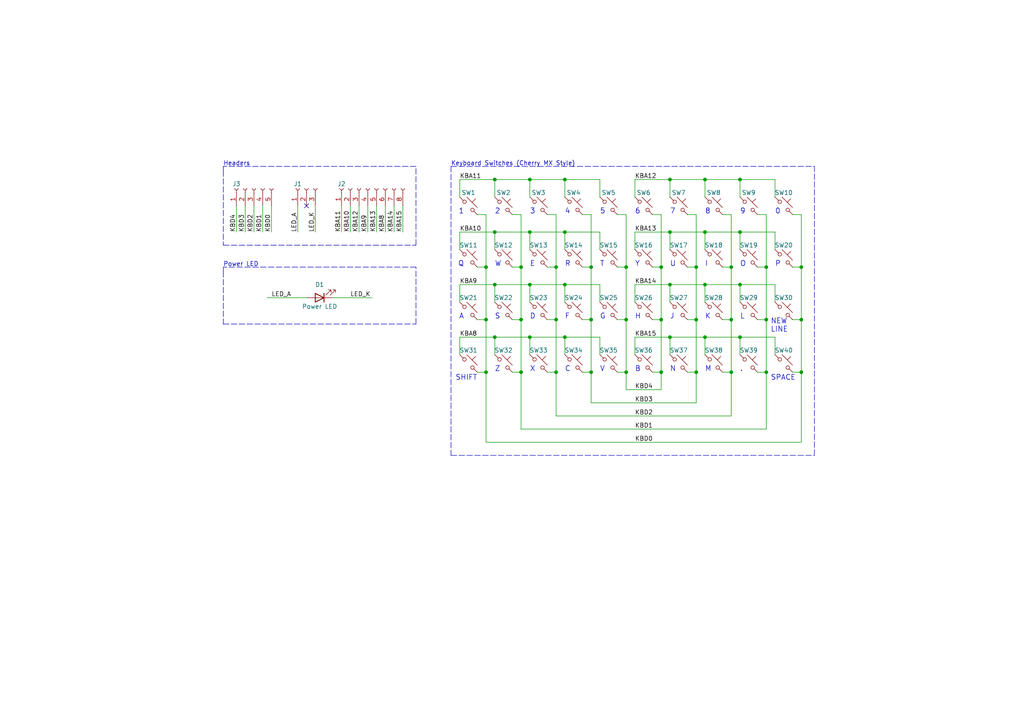
<source format=kicad_sch>
(kicad_sch (version 20211123) (generator eeschema)

  (uuid e63e39d7-6ac0-4ffd-8aa3-1841a4541b55)

  (paper "A4")

  (title_block
    (title "Mechanical Keyboard for ZX81+38")
    (date "2022-12-05")
    (rev "1.0")
    (company "iNimbleSloth.com")
    (comment 1 "ZX81+38 designed by Martin - https://github.com/mahjongg2/ZX81plus38")
    (comment 2 "Mechanical Keyboard designed by Adam - iNimbleSloth.com")
  )

  (lib_symbols
    (symbol "Connector:Conn_01x03_Female" (pin_names (offset 1.016) hide) (in_bom yes) (on_board yes)
      (property "Reference" "J" (id 0) (at 0 5.08 0)
        (effects (font (size 1.27 1.27)))
      )
      (property "Value" "Conn_01x03_Female" (id 1) (at 0 -5.08 0)
        (effects (font (size 1.27 1.27)))
      )
      (property "Footprint" "" (id 2) (at 0 0 0)
        (effects (font (size 1.27 1.27)) hide)
      )
      (property "Datasheet" "~" (id 3) (at 0 0 0)
        (effects (font (size 1.27 1.27)) hide)
      )
      (property "ki_keywords" "connector" (id 4) (at 0 0 0)
        (effects (font (size 1.27 1.27)) hide)
      )
      (property "ki_description" "Generic connector, single row, 01x03, script generated (kicad-library-utils/schlib/autogen/connector/)" (id 5) (at 0 0 0)
        (effects (font (size 1.27 1.27)) hide)
      )
      (property "ki_fp_filters" "Connector*:*_1x??_*" (id 6) (at 0 0 0)
        (effects (font (size 1.27 1.27)) hide)
      )
      (symbol "Conn_01x03_Female_1_1"
        (arc (start 0 -2.032) (mid -0.508 -2.54) (end 0 -3.048)
          (stroke (width 0.1524) (type default) (color 0 0 0 0))
          (fill (type none))
        )
        (polyline
          (pts
            (xy -1.27 -2.54)
            (xy -0.508 -2.54)
          )
          (stroke (width 0.1524) (type default) (color 0 0 0 0))
          (fill (type none))
        )
        (polyline
          (pts
            (xy -1.27 0)
            (xy -0.508 0)
          )
          (stroke (width 0.1524) (type default) (color 0 0 0 0))
          (fill (type none))
        )
        (polyline
          (pts
            (xy -1.27 2.54)
            (xy -0.508 2.54)
          )
          (stroke (width 0.1524) (type default) (color 0 0 0 0))
          (fill (type none))
        )
        (arc (start 0 0.508) (mid -0.508 0) (end 0 -0.508)
          (stroke (width 0.1524) (type default) (color 0 0 0 0))
          (fill (type none))
        )
        (arc (start 0 3.048) (mid -0.508 2.54) (end 0 2.032)
          (stroke (width 0.1524) (type default) (color 0 0 0 0))
          (fill (type none))
        )
        (pin passive line (at -5.08 2.54 0) (length 3.81)
          (name "Pin_1" (effects (font (size 1.27 1.27))))
          (number "1" (effects (font (size 1.27 1.27))))
        )
        (pin passive line (at -5.08 0 0) (length 3.81)
          (name "Pin_2" (effects (font (size 1.27 1.27))))
          (number "2" (effects (font (size 1.27 1.27))))
        )
        (pin passive line (at -5.08 -2.54 0) (length 3.81)
          (name "Pin_3" (effects (font (size 1.27 1.27))))
          (number "3" (effects (font (size 1.27 1.27))))
        )
      )
    )
    (symbol "Connector:Conn_01x05_Female" (pin_names (offset 1.016) hide) (in_bom yes) (on_board yes)
      (property "Reference" "J" (id 0) (at 0 7.62 0)
        (effects (font (size 1.27 1.27)))
      )
      (property "Value" "Conn_01x05_Female" (id 1) (at 0 -7.62 0)
        (effects (font (size 1.27 1.27)))
      )
      (property "Footprint" "" (id 2) (at 0 0 0)
        (effects (font (size 1.27 1.27)) hide)
      )
      (property "Datasheet" "~" (id 3) (at 0 0 0)
        (effects (font (size 1.27 1.27)) hide)
      )
      (property "ki_keywords" "connector" (id 4) (at 0 0 0)
        (effects (font (size 1.27 1.27)) hide)
      )
      (property "ki_description" "Generic connector, single row, 01x05, script generated (kicad-library-utils/schlib/autogen/connector/)" (id 5) (at 0 0 0)
        (effects (font (size 1.27 1.27)) hide)
      )
      (property "ki_fp_filters" "Connector*:*_1x??_*" (id 6) (at 0 0 0)
        (effects (font (size 1.27 1.27)) hide)
      )
      (symbol "Conn_01x05_Female_1_1"
        (arc (start 0 -4.572) (mid -0.508 -5.08) (end 0 -5.588)
          (stroke (width 0.1524) (type default) (color 0 0 0 0))
          (fill (type none))
        )
        (arc (start 0 -2.032) (mid -0.508 -2.54) (end 0 -3.048)
          (stroke (width 0.1524) (type default) (color 0 0 0 0))
          (fill (type none))
        )
        (polyline
          (pts
            (xy -1.27 -5.08)
            (xy -0.508 -5.08)
          )
          (stroke (width 0.1524) (type default) (color 0 0 0 0))
          (fill (type none))
        )
        (polyline
          (pts
            (xy -1.27 -2.54)
            (xy -0.508 -2.54)
          )
          (stroke (width 0.1524) (type default) (color 0 0 0 0))
          (fill (type none))
        )
        (polyline
          (pts
            (xy -1.27 0)
            (xy -0.508 0)
          )
          (stroke (width 0.1524) (type default) (color 0 0 0 0))
          (fill (type none))
        )
        (polyline
          (pts
            (xy -1.27 2.54)
            (xy -0.508 2.54)
          )
          (stroke (width 0.1524) (type default) (color 0 0 0 0))
          (fill (type none))
        )
        (polyline
          (pts
            (xy -1.27 5.08)
            (xy -0.508 5.08)
          )
          (stroke (width 0.1524) (type default) (color 0 0 0 0))
          (fill (type none))
        )
        (arc (start 0 0.508) (mid -0.508 0) (end 0 -0.508)
          (stroke (width 0.1524) (type default) (color 0 0 0 0))
          (fill (type none))
        )
        (arc (start 0 3.048) (mid -0.508 2.54) (end 0 2.032)
          (stroke (width 0.1524) (type default) (color 0 0 0 0))
          (fill (type none))
        )
        (arc (start 0 5.588) (mid -0.508 5.08) (end 0 4.572)
          (stroke (width 0.1524) (type default) (color 0 0 0 0))
          (fill (type none))
        )
        (pin passive line (at -5.08 5.08 0) (length 3.81)
          (name "Pin_1" (effects (font (size 1.27 1.27))))
          (number "1" (effects (font (size 1.27 1.27))))
        )
        (pin passive line (at -5.08 2.54 0) (length 3.81)
          (name "Pin_2" (effects (font (size 1.27 1.27))))
          (number "2" (effects (font (size 1.27 1.27))))
        )
        (pin passive line (at -5.08 0 0) (length 3.81)
          (name "Pin_3" (effects (font (size 1.27 1.27))))
          (number "3" (effects (font (size 1.27 1.27))))
        )
        (pin passive line (at -5.08 -2.54 0) (length 3.81)
          (name "Pin_4" (effects (font (size 1.27 1.27))))
          (number "4" (effects (font (size 1.27 1.27))))
        )
        (pin passive line (at -5.08 -5.08 0) (length 3.81)
          (name "Pin_5" (effects (font (size 1.27 1.27))))
          (number "5" (effects (font (size 1.27 1.27))))
        )
      )
    )
    (symbol "Connector:Conn_01x08_Female" (pin_names (offset 1.016) hide) (in_bom yes) (on_board yes)
      (property "Reference" "J" (id 0) (at 0 10.16 0)
        (effects (font (size 1.27 1.27)))
      )
      (property "Value" "Conn_01x08_Female" (id 1) (at 0 -12.7 0)
        (effects (font (size 1.27 1.27)))
      )
      (property "Footprint" "" (id 2) (at 0 0 0)
        (effects (font (size 1.27 1.27)) hide)
      )
      (property "Datasheet" "~" (id 3) (at 0 0 0)
        (effects (font (size 1.27 1.27)) hide)
      )
      (property "ki_keywords" "connector" (id 4) (at 0 0 0)
        (effects (font (size 1.27 1.27)) hide)
      )
      (property "ki_description" "Generic connector, single row, 01x08, script generated (kicad-library-utils/schlib/autogen/connector/)" (id 5) (at 0 0 0)
        (effects (font (size 1.27 1.27)) hide)
      )
      (property "ki_fp_filters" "Connector*:*_1x??_*" (id 6) (at 0 0 0)
        (effects (font (size 1.27 1.27)) hide)
      )
      (symbol "Conn_01x08_Female_1_1"
        (arc (start 0 -9.652) (mid -0.508 -10.16) (end 0 -10.668)
          (stroke (width 0.1524) (type default) (color 0 0 0 0))
          (fill (type none))
        )
        (arc (start 0 -7.112) (mid -0.508 -7.62) (end 0 -8.128)
          (stroke (width 0.1524) (type default) (color 0 0 0 0))
          (fill (type none))
        )
        (arc (start 0 -4.572) (mid -0.508 -5.08) (end 0 -5.588)
          (stroke (width 0.1524) (type default) (color 0 0 0 0))
          (fill (type none))
        )
        (arc (start 0 -2.032) (mid -0.508 -2.54) (end 0 -3.048)
          (stroke (width 0.1524) (type default) (color 0 0 0 0))
          (fill (type none))
        )
        (polyline
          (pts
            (xy -1.27 -10.16)
            (xy -0.508 -10.16)
          )
          (stroke (width 0.1524) (type default) (color 0 0 0 0))
          (fill (type none))
        )
        (polyline
          (pts
            (xy -1.27 -7.62)
            (xy -0.508 -7.62)
          )
          (stroke (width 0.1524) (type default) (color 0 0 0 0))
          (fill (type none))
        )
        (polyline
          (pts
            (xy -1.27 -5.08)
            (xy -0.508 -5.08)
          )
          (stroke (width 0.1524) (type default) (color 0 0 0 0))
          (fill (type none))
        )
        (polyline
          (pts
            (xy -1.27 -2.54)
            (xy -0.508 -2.54)
          )
          (stroke (width 0.1524) (type default) (color 0 0 0 0))
          (fill (type none))
        )
        (polyline
          (pts
            (xy -1.27 0)
            (xy -0.508 0)
          )
          (stroke (width 0.1524) (type default) (color 0 0 0 0))
          (fill (type none))
        )
        (polyline
          (pts
            (xy -1.27 2.54)
            (xy -0.508 2.54)
          )
          (stroke (width 0.1524) (type default) (color 0 0 0 0))
          (fill (type none))
        )
        (polyline
          (pts
            (xy -1.27 5.08)
            (xy -0.508 5.08)
          )
          (stroke (width 0.1524) (type default) (color 0 0 0 0))
          (fill (type none))
        )
        (polyline
          (pts
            (xy -1.27 7.62)
            (xy -0.508 7.62)
          )
          (stroke (width 0.1524) (type default) (color 0 0 0 0))
          (fill (type none))
        )
        (arc (start 0 0.508) (mid -0.508 0) (end 0 -0.508)
          (stroke (width 0.1524) (type default) (color 0 0 0 0))
          (fill (type none))
        )
        (arc (start 0 3.048) (mid -0.508 2.54) (end 0 2.032)
          (stroke (width 0.1524) (type default) (color 0 0 0 0))
          (fill (type none))
        )
        (arc (start 0 5.588) (mid -0.508 5.08) (end 0 4.572)
          (stroke (width 0.1524) (type default) (color 0 0 0 0))
          (fill (type none))
        )
        (arc (start 0 8.128) (mid -0.508 7.62) (end 0 7.112)
          (stroke (width 0.1524) (type default) (color 0 0 0 0))
          (fill (type none))
        )
        (pin passive line (at -5.08 7.62 0) (length 3.81)
          (name "Pin_1" (effects (font (size 1.27 1.27))))
          (number "1" (effects (font (size 1.27 1.27))))
        )
        (pin passive line (at -5.08 5.08 0) (length 3.81)
          (name "Pin_2" (effects (font (size 1.27 1.27))))
          (number "2" (effects (font (size 1.27 1.27))))
        )
        (pin passive line (at -5.08 2.54 0) (length 3.81)
          (name "Pin_3" (effects (font (size 1.27 1.27))))
          (number "3" (effects (font (size 1.27 1.27))))
        )
        (pin passive line (at -5.08 0 0) (length 3.81)
          (name "Pin_4" (effects (font (size 1.27 1.27))))
          (number "4" (effects (font (size 1.27 1.27))))
        )
        (pin passive line (at -5.08 -2.54 0) (length 3.81)
          (name "Pin_5" (effects (font (size 1.27 1.27))))
          (number "5" (effects (font (size 1.27 1.27))))
        )
        (pin passive line (at -5.08 -5.08 0) (length 3.81)
          (name "Pin_6" (effects (font (size 1.27 1.27))))
          (number "6" (effects (font (size 1.27 1.27))))
        )
        (pin passive line (at -5.08 -7.62 0) (length 3.81)
          (name "Pin_7" (effects (font (size 1.27 1.27))))
          (number "7" (effects (font (size 1.27 1.27))))
        )
        (pin passive line (at -5.08 -10.16 0) (length 3.81)
          (name "Pin_8" (effects (font (size 1.27 1.27))))
          (number "8" (effects (font (size 1.27 1.27))))
        )
      )
    )
    (symbol "Device:LED" (pin_numbers hide) (pin_names (offset 1.016) hide) (in_bom yes) (on_board yes)
      (property "Reference" "D" (id 0) (at 0 2.54 0)
        (effects (font (size 1.27 1.27)))
      )
      (property "Value" "LED" (id 1) (at 0 -2.54 0)
        (effects (font (size 1.27 1.27)))
      )
      (property "Footprint" "" (id 2) (at 0 0 0)
        (effects (font (size 1.27 1.27)) hide)
      )
      (property "Datasheet" "~" (id 3) (at 0 0 0)
        (effects (font (size 1.27 1.27)) hide)
      )
      (property "ki_keywords" "LED diode" (id 4) (at 0 0 0)
        (effects (font (size 1.27 1.27)) hide)
      )
      (property "ki_description" "Light emitting diode" (id 5) (at 0 0 0)
        (effects (font (size 1.27 1.27)) hide)
      )
      (property "ki_fp_filters" "LED* LED_SMD:* LED_THT:*" (id 6) (at 0 0 0)
        (effects (font (size 1.27 1.27)) hide)
      )
      (symbol "LED_0_1"
        (polyline
          (pts
            (xy -1.27 -1.27)
            (xy -1.27 1.27)
          )
          (stroke (width 0.254) (type default) (color 0 0 0 0))
          (fill (type none))
        )
        (polyline
          (pts
            (xy -1.27 0)
            (xy 1.27 0)
          )
          (stroke (width 0) (type default) (color 0 0 0 0))
          (fill (type none))
        )
        (polyline
          (pts
            (xy 1.27 -1.27)
            (xy 1.27 1.27)
            (xy -1.27 0)
            (xy 1.27 -1.27)
          )
          (stroke (width 0.254) (type default) (color 0 0 0 0))
          (fill (type none))
        )
        (polyline
          (pts
            (xy -3.048 -0.762)
            (xy -4.572 -2.286)
            (xy -3.81 -2.286)
            (xy -4.572 -2.286)
            (xy -4.572 -1.524)
          )
          (stroke (width 0) (type default) (color 0 0 0 0))
          (fill (type none))
        )
        (polyline
          (pts
            (xy -1.778 -0.762)
            (xy -3.302 -2.286)
            (xy -2.54 -2.286)
            (xy -3.302 -2.286)
            (xy -3.302 -1.524)
          )
          (stroke (width 0) (type default) (color 0 0 0 0))
          (fill (type none))
        )
      )
      (symbol "LED_1_1"
        (pin passive line (at -3.81 0 0) (length 2.54)
          (name "K" (effects (font (size 1.27 1.27))))
          (number "1" (effects (font (size 1.27 1.27))))
        )
        (pin passive line (at 3.81 0 180) (length 2.54)
          (name "A" (effects (font (size 1.27 1.27))))
          (number "2" (effects (font (size 1.27 1.27))))
        )
      )
    )
    (symbol "SW_Push_45deg_1" (pin_numbers hide) (pin_names (offset 1.016) hide) (in_bom yes) (on_board yes)
      (property "Reference" "SW" (id 0) (at 3.048 1.016 0)
        (effects (font (size 1.27 1.27)) (justify left))
      )
      (property "Value" "SW_Push_45deg_1" (id 1) (at 0 -3.81 0)
        (effects (font (size 1.27 1.27)))
      )
      (property "Footprint" "" (id 2) (at 0 0 0)
        (effects (font (size 1.27 1.27)) hide)
      )
      (property "Datasheet" "~" (id 3) (at 0 0 0)
        (effects (font (size 1.27 1.27)) hide)
      )
      (property "ki_keywords" "switch normally-open pushbutton push-button" (id 4) (at 0 0 0)
        (effects (font (size 1.27 1.27)) hide)
      )
      (property "ki_description" "Push button switch, normally open, two pins, 45° tilted" (id 5) (at 0 0 0)
        (effects (font (size 1.27 1.27)) hide)
      )
      (symbol "SW_Push_45deg_1_0_1"
        (circle (center -1.1684 1.1684) (radius 0.508)
          (stroke (width 0) (type default) (color 0 0 0 0))
          (fill (type none))
        )
        (polyline
          (pts
            (xy -0.508 2.54)
            (xy 2.54 -0.508)
          )
          (stroke (width 0) (type default) (color 0 0 0 0))
          (fill (type none))
        )
        (polyline
          (pts
            (xy 1.016 1.016)
            (xy 2.032 2.032)
          )
          (stroke (width 0) (type default) (color 0 0 0 0))
          (fill (type none))
        )
        (polyline
          (pts
            (xy -2.54 2.54)
            (xy -1.524 1.524)
            (xy -1.524 1.524)
          )
          (stroke (width 0) (type default) (color 0 0 0 0))
          (fill (type none))
        )
        (polyline
          (pts
            (xy 1.524 -1.524)
            (xy 2.54 -2.54)
            (xy 2.54 -2.54)
            (xy 2.54 -2.54)
          )
          (stroke (width 0) (type default) (color 0 0 0 0))
          (fill (type none))
        )
        (circle (center 1.143 -1.1938) (radius 0.508)
          (stroke (width 0) (type default) (color 0 0 0 0))
          (fill (type none))
        )
        (pin passive line (at -2.54 2.54 0) (length 0)
          (name "1" (effects (font (size 1.27 1.27))))
          (number "1" (effects (font (size 1.27 1.27))))
        )
        (pin passive line (at 2.54 -2.54 180) (length 0)
          (name "2" (effects (font (size 1.27 1.27))))
          (number "2" (effects (font (size 1.27 1.27))))
        )
      )
    )
    (symbol "SW_Push_45deg_2" (pin_numbers hide) (pin_names (offset 1.016) hide) (in_bom yes) (on_board yes)
      (property "Reference" "SW" (id 0) (at 3.048 1.016 0)
        (effects (font (size 1.27 1.27)) (justify left))
      )
      (property "Value" "SW_Push_45deg_2" (id 1) (at 0 -3.81 0)
        (effects (font (size 1.27 1.27)))
      )
      (property "Footprint" "" (id 2) (at 0 0 0)
        (effects (font (size 1.27 1.27)) hide)
      )
      (property "Datasheet" "~" (id 3) (at 0 0 0)
        (effects (font (size 1.27 1.27)) hide)
      )
      (property "ki_keywords" "switch normally-open pushbutton push-button" (id 4) (at 0 0 0)
        (effects (font (size 1.27 1.27)) hide)
      )
      (property "ki_description" "Push button switch, normally open, two pins, 45° tilted" (id 5) (at 0 0 0)
        (effects (font (size 1.27 1.27)) hide)
      )
      (symbol "SW_Push_45deg_2_0_1"
        (circle (center -1.1684 1.1684) (radius 0.508)
          (stroke (width 0) (type default) (color 0 0 0 0))
          (fill (type none))
        )
        (polyline
          (pts
            (xy -0.508 2.54)
            (xy 2.54 -0.508)
          )
          (stroke (width 0) (type default) (color 0 0 0 0))
          (fill (type none))
        )
        (polyline
          (pts
            (xy 1.016 1.016)
            (xy 2.032 2.032)
          )
          (stroke (width 0) (type default) (color 0 0 0 0))
          (fill (type none))
        )
        (polyline
          (pts
            (xy -2.54 2.54)
            (xy -1.524 1.524)
            (xy -1.524 1.524)
          )
          (stroke (width 0) (type default) (color 0 0 0 0))
          (fill (type none))
        )
        (polyline
          (pts
            (xy 1.524 -1.524)
            (xy 2.54 -2.54)
            (xy 2.54 -2.54)
            (xy 2.54 -2.54)
          )
          (stroke (width 0) (type default) (color 0 0 0 0))
          (fill (type none))
        )
        (circle (center 1.143 -1.1938) (radius 0.508)
          (stroke (width 0) (type default) (color 0 0 0 0))
          (fill (type none))
        )
        (pin passive line (at -2.54 2.54 0) (length 0)
          (name "1" (effects (font (size 1.27 1.27))))
          (number "1" (effects (font (size 1.27 1.27))))
        )
        (pin passive line (at 2.54 -2.54 180) (length 0)
          (name "2" (effects (font (size 1.27 1.27))))
          (number "2" (effects (font (size 1.27 1.27))))
        )
      )
    )
    (symbol "SW_Push_45deg_3" (pin_numbers hide) (pin_names (offset 1.016) hide) (in_bom yes) (on_board yes)
      (property "Reference" "SW" (id 0) (at 3.048 1.016 0)
        (effects (font (size 1.27 1.27)) (justify left))
      )
      (property "Value" "SW_Push_45deg_3" (id 1) (at 0 -3.81 0)
        (effects (font (size 1.27 1.27)))
      )
      (property "Footprint" "" (id 2) (at 0 0 0)
        (effects (font (size 1.27 1.27)) hide)
      )
      (property "Datasheet" "~" (id 3) (at 0 0 0)
        (effects (font (size 1.27 1.27)) hide)
      )
      (property "ki_keywords" "switch normally-open pushbutton push-button" (id 4) (at 0 0 0)
        (effects (font (size 1.27 1.27)) hide)
      )
      (property "ki_description" "Push button switch, normally open, two pins, 45° tilted" (id 5) (at 0 0 0)
        (effects (font (size 1.27 1.27)) hide)
      )
      (symbol "SW_Push_45deg_3_0_1"
        (circle (center -1.1684 1.1684) (radius 0.508)
          (stroke (width 0) (type default) (color 0 0 0 0))
          (fill (type none))
        )
        (polyline
          (pts
            (xy -0.508 2.54)
            (xy 2.54 -0.508)
          )
          (stroke (width 0) (type default) (color 0 0 0 0))
          (fill (type none))
        )
        (polyline
          (pts
            (xy 1.016 1.016)
            (xy 2.032 2.032)
          )
          (stroke (width 0) (type default) (color 0 0 0 0))
          (fill (type none))
        )
        (polyline
          (pts
            (xy -2.54 2.54)
            (xy -1.524 1.524)
            (xy -1.524 1.524)
          )
          (stroke (width 0) (type default) (color 0 0 0 0))
          (fill (type none))
        )
        (polyline
          (pts
            (xy 1.524 -1.524)
            (xy 2.54 -2.54)
            (xy 2.54 -2.54)
            (xy 2.54 -2.54)
          )
          (stroke (width 0) (type default) (color 0 0 0 0))
          (fill (type none))
        )
        (circle (center 1.143 -1.1938) (radius 0.508)
          (stroke (width 0) (type default) (color 0 0 0 0))
          (fill (type none))
        )
        (pin passive line (at -2.54 2.54 0) (length 0)
          (name "1" (effects (font (size 1.27 1.27))))
          (number "1" (effects (font (size 1.27 1.27))))
        )
        (pin passive line (at 2.54 -2.54 180) (length 0)
          (name "2" (effects (font (size 1.27 1.27))))
          (number "2" (effects (font (size 1.27 1.27))))
        )
      )
    )
    (symbol "SW_Push_45deg_4" (pin_numbers hide) (pin_names (offset 1.016) hide) (in_bom yes) (on_board yes)
      (property "Reference" "SW" (id 0) (at 3.048 1.016 0)
        (effects (font (size 1.27 1.27)) (justify left))
      )
      (property "Value" "SW_Push_45deg_4" (id 1) (at 0 -3.81 0)
        (effects (font (size 1.27 1.27)))
      )
      (property "Footprint" "" (id 2) (at 0 0 0)
        (effects (font (size 1.27 1.27)) hide)
      )
      (property "Datasheet" "~" (id 3) (at 0 0 0)
        (effects (font (size 1.27 1.27)) hide)
      )
      (property "ki_keywords" "switch normally-open pushbutton push-button" (id 4) (at 0 0 0)
        (effects (font (size 1.27 1.27)) hide)
      )
      (property "ki_description" "Push button switch, normally open, two pins, 45° tilted" (id 5) (at 0 0 0)
        (effects (font (size 1.27 1.27)) hide)
      )
      (symbol "SW_Push_45deg_4_0_1"
        (circle (center -1.1684 1.1684) (radius 0.508)
          (stroke (width 0) (type default) (color 0 0 0 0))
          (fill (type none))
        )
        (polyline
          (pts
            (xy -0.508 2.54)
            (xy 2.54 -0.508)
          )
          (stroke (width 0) (type default) (color 0 0 0 0))
          (fill (type none))
        )
        (polyline
          (pts
            (xy 1.016 1.016)
            (xy 2.032 2.032)
          )
          (stroke (width 0) (type default) (color 0 0 0 0))
          (fill (type none))
        )
        (polyline
          (pts
            (xy -2.54 2.54)
            (xy -1.524 1.524)
            (xy -1.524 1.524)
          )
          (stroke (width 0) (type default) (color 0 0 0 0))
          (fill (type none))
        )
        (polyline
          (pts
            (xy 1.524 -1.524)
            (xy 2.54 -2.54)
            (xy 2.54 -2.54)
            (xy 2.54 -2.54)
          )
          (stroke (width 0) (type default) (color 0 0 0 0))
          (fill (type none))
        )
        (circle (center 1.143 -1.1938) (radius 0.508)
          (stroke (width 0) (type default) (color 0 0 0 0))
          (fill (type none))
        )
        (pin passive line (at -2.54 2.54 0) (length 0)
          (name "1" (effects (font (size 1.27 1.27))))
          (number "1" (effects (font (size 1.27 1.27))))
        )
        (pin passive line (at 2.54 -2.54 180) (length 0)
          (name "2" (effects (font (size 1.27 1.27))))
          (number "2" (effects (font (size 1.27 1.27))))
        )
      )
    )
    (symbol "SW_Push_45deg_5" (pin_numbers hide) (pin_names (offset 1.016) hide) (in_bom yes) (on_board yes)
      (property "Reference" "SW" (id 0) (at 3.048 1.016 0)
        (effects (font (size 1.27 1.27)) (justify left))
      )
      (property "Value" "SW_Push_45deg_5" (id 1) (at 0 -3.81 0)
        (effects (font (size 1.27 1.27)))
      )
      (property "Footprint" "" (id 2) (at 0 0 0)
        (effects (font (size 1.27 1.27)) hide)
      )
      (property "Datasheet" "~" (id 3) (at 0 0 0)
        (effects (font (size 1.27 1.27)) hide)
      )
      (property "ki_keywords" "switch normally-open pushbutton push-button" (id 4) (at 0 0 0)
        (effects (font (size 1.27 1.27)) hide)
      )
      (property "ki_description" "Push button switch, normally open, two pins, 45° tilted" (id 5) (at 0 0 0)
        (effects (font (size 1.27 1.27)) hide)
      )
      (symbol "SW_Push_45deg_5_0_1"
        (circle (center -1.1684 1.1684) (radius 0.508)
          (stroke (width 0) (type default) (color 0 0 0 0))
          (fill (type none))
        )
        (polyline
          (pts
            (xy -0.508 2.54)
            (xy 2.54 -0.508)
          )
          (stroke (width 0) (type default) (color 0 0 0 0))
          (fill (type none))
        )
        (polyline
          (pts
            (xy 1.016 1.016)
            (xy 2.032 2.032)
          )
          (stroke (width 0) (type default) (color 0 0 0 0))
          (fill (type none))
        )
        (polyline
          (pts
            (xy -2.54 2.54)
            (xy -1.524 1.524)
            (xy -1.524 1.524)
          )
          (stroke (width 0) (type default) (color 0 0 0 0))
          (fill (type none))
        )
        (polyline
          (pts
            (xy 1.524 -1.524)
            (xy 2.54 -2.54)
            (xy 2.54 -2.54)
            (xy 2.54 -2.54)
          )
          (stroke (width 0) (type default) (color 0 0 0 0))
          (fill (type none))
        )
        (circle (center 1.143 -1.1938) (radius 0.508)
          (stroke (width 0) (type default) (color 0 0 0 0))
          (fill (type none))
        )
        (pin passive line (at -2.54 2.54 0) (length 0)
          (name "1" (effects (font (size 1.27 1.27))))
          (number "1" (effects (font (size 1.27 1.27))))
        )
        (pin passive line (at 2.54 -2.54 180) (length 0)
          (name "2" (effects (font (size 1.27 1.27))))
          (number "2" (effects (font (size 1.27 1.27))))
        )
      )
    )
    (symbol "SW_Push_45deg_6" (pin_numbers hide) (pin_names (offset 1.016) hide) (in_bom yes) (on_board yes)
      (property "Reference" "SW" (id 0) (at 3.048 1.016 0)
        (effects (font (size 1.27 1.27)) (justify left))
      )
      (property "Value" "SW_Push_45deg_6" (id 1) (at 0 -3.81 0)
        (effects (font (size 1.27 1.27)))
      )
      (property "Footprint" "" (id 2) (at 0 0 0)
        (effects (font (size 1.27 1.27)) hide)
      )
      (property "Datasheet" "~" (id 3) (at 0 0 0)
        (effects (font (size 1.27 1.27)) hide)
      )
      (property "ki_keywords" "switch normally-open pushbutton push-button" (id 4) (at 0 0 0)
        (effects (font (size 1.27 1.27)) hide)
      )
      (property "ki_description" "Push button switch, normally open, two pins, 45° tilted" (id 5) (at 0 0 0)
        (effects (font (size 1.27 1.27)) hide)
      )
      (symbol "SW_Push_45deg_6_0_1"
        (circle (center -1.1684 1.1684) (radius 0.508)
          (stroke (width 0) (type default) (color 0 0 0 0))
          (fill (type none))
        )
        (polyline
          (pts
            (xy -0.508 2.54)
            (xy 2.54 -0.508)
          )
          (stroke (width 0) (type default) (color 0 0 0 0))
          (fill (type none))
        )
        (polyline
          (pts
            (xy 1.016 1.016)
            (xy 2.032 2.032)
          )
          (stroke (width 0) (type default) (color 0 0 0 0))
          (fill (type none))
        )
        (polyline
          (pts
            (xy -2.54 2.54)
            (xy -1.524 1.524)
            (xy -1.524 1.524)
          )
          (stroke (width 0) (type default) (color 0 0 0 0))
          (fill (type none))
        )
        (polyline
          (pts
            (xy 1.524 -1.524)
            (xy 2.54 -2.54)
            (xy 2.54 -2.54)
            (xy 2.54 -2.54)
          )
          (stroke (width 0) (type default) (color 0 0 0 0))
          (fill (type none))
        )
        (circle (center 1.143 -1.1938) (radius 0.508)
          (stroke (width 0) (type default) (color 0 0 0 0))
          (fill (type none))
        )
        (pin passive line (at -2.54 2.54 0) (length 0)
          (name "1" (effects (font (size 1.27 1.27))))
          (number "1" (effects (font (size 1.27 1.27))))
        )
        (pin passive line (at 2.54 -2.54 180) (length 0)
          (name "2" (effects (font (size 1.27 1.27))))
          (number "2" (effects (font (size 1.27 1.27))))
        )
      )
    )
    (symbol "SW_Push_45deg_7" (pin_numbers hide) (pin_names (offset 1.016) hide) (in_bom yes) (on_board yes)
      (property "Reference" "SW" (id 0) (at 3.048 1.016 0)
        (effects (font (size 1.27 1.27)) (justify left))
      )
      (property "Value" "SW_Push_45deg_7" (id 1) (at 0 -3.81 0)
        (effects (font (size 1.27 1.27)))
      )
      (property "Footprint" "" (id 2) (at 0 0 0)
        (effects (font (size 1.27 1.27)) hide)
      )
      (property "Datasheet" "~" (id 3) (at 0 0 0)
        (effects (font (size 1.27 1.27)) hide)
      )
      (property "ki_keywords" "switch normally-open pushbutton push-button" (id 4) (at 0 0 0)
        (effects (font (size 1.27 1.27)) hide)
      )
      (property "ki_description" "Push button switch, normally open, two pins, 45° tilted" (id 5) (at 0 0 0)
        (effects (font (size 1.27 1.27)) hide)
      )
      (symbol "SW_Push_45deg_7_0_1"
        (circle (center -1.1684 1.1684) (radius 0.508)
          (stroke (width 0) (type default) (color 0 0 0 0))
          (fill (type none))
        )
        (polyline
          (pts
            (xy -0.508 2.54)
            (xy 2.54 -0.508)
          )
          (stroke (width 0) (type default) (color 0 0 0 0))
          (fill (type none))
        )
        (polyline
          (pts
            (xy 1.016 1.016)
            (xy 2.032 2.032)
          )
          (stroke (width 0) (type default) (color 0 0 0 0))
          (fill (type none))
        )
        (polyline
          (pts
            (xy -2.54 2.54)
            (xy -1.524 1.524)
            (xy -1.524 1.524)
          )
          (stroke (width 0) (type default) (color 0 0 0 0))
          (fill (type none))
        )
        (polyline
          (pts
            (xy 1.524 -1.524)
            (xy 2.54 -2.54)
            (xy 2.54 -2.54)
            (xy 2.54 -2.54)
          )
          (stroke (width 0) (type default) (color 0 0 0 0))
          (fill (type none))
        )
        (circle (center 1.143 -1.1938) (radius 0.508)
          (stroke (width 0) (type default) (color 0 0 0 0))
          (fill (type none))
        )
        (pin passive line (at -2.54 2.54 0) (length 0)
          (name "1" (effects (font (size 1.27 1.27))))
          (number "1" (effects (font (size 1.27 1.27))))
        )
        (pin passive line (at 2.54 -2.54 180) (length 0)
          (name "2" (effects (font (size 1.27 1.27))))
          (number "2" (effects (font (size 1.27 1.27))))
        )
      )
    )
    (symbol "SW_Push_45deg_8" (pin_numbers hide) (pin_names (offset 1.016) hide) (in_bom yes) (on_board yes)
      (property "Reference" "SW" (id 0) (at 3.048 1.016 0)
        (effects (font (size 1.27 1.27)) (justify left))
      )
      (property "Value" "SW_Push_45deg_8" (id 1) (at 0 -3.81 0)
        (effects (font (size 1.27 1.27)))
      )
      (property "Footprint" "" (id 2) (at 0 0 0)
        (effects (font (size 1.27 1.27)) hide)
      )
      (property "Datasheet" "~" (id 3) (at 0 0 0)
        (effects (font (size 1.27 1.27)) hide)
      )
      (property "ki_keywords" "switch normally-open pushbutton push-button" (id 4) (at 0 0 0)
        (effects (font (size 1.27 1.27)) hide)
      )
      (property "ki_description" "Push button switch, normally open, two pins, 45° tilted" (id 5) (at 0 0 0)
        (effects (font (size 1.27 1.27)) hide)
      )
      (symbol "SW_Push_45deg_8_0_1"
        (circle (center -1.1684 1.1684) (radius 0.508)
          (stroke (width 0) (type default) (color 0 0 0 0))
          (fill (type none))
        )
        (polyline
          (pts
            (xy -0.508 2.54)
            (xy 2.54 -0.508)
          )
          (stroke (width 0) (type default) (color 0 0 0 0))
          (fill (type none))
        )
        (polyline
          (pts
            (xy 1.016 1.016)
            (xy 2.032 2.032)
          )
          (stroke (width 0) (type default) (color 0 0 0 0))
          (fill (type none))
        )
        (polyline
          (pts
            (xy -2.54 2.54)
            (xy -1.524 1.524)
            (xy -1.524 1.524)
          )
          (stroke (width 0) (type default) (color 0 0 0 0))
          (fill (type none))
        )
        (polyline
          (pts
            (xy 1.524 -1.524)
            (xy 2.54 -2.54)
            (xy 2.54 -2.54)
            (xy 2.54 -2.54)
          )
          (stroke (width 0) (type default) (color 0 0 0 0))
          (fill (type none))
        )
        (circle (center 1.143 -1.1938) (radius 0.508)
          (stroke (width 0) (type default) (color 0 0 0 0))
          (fill (type none))
        )
        (pin passive line (at -2.54 2.54 0) (length 0)
          (name "1" (effects (font (size 1.27 1.27))))
          (number "1" (effects (font (size 1.27 1.27))))
        )
        (pin passive line (at 2.54 -2.54 180) (length 0)
          (name "2" (effects (font (size 1.27 1.27))))
          (number "2" (effects (font (size 1.27 1.27))))
        )
      )
    )
    (symbol "SW_Push_45deg_9" (pin_numbers hide) (pin_names (offset 1.016) hide) (in_bom yes) (on_board yes)
      (property "Reference" "SW" (id 0) (at 3.048 1.016 0)
        (effects (font (size 1.27 1.27)) (justify left))
      )
      (property "Value" "SW_Push_45deg_9" (id 1) (at 0 -3.81 0)
        (effects (font (size 1.27 1.27)))
      )
      (property "Footprint" "" (id 2) (at 0 0 0)
        (effects (font (size 1.27 1.27)) hide)
      )
      (property "Datasheet" "~" (id 3) (at 0 0 0)
        (effects (font (size 1.27 1.27)) hide)
      )
      (property "ki_keywords" "switch normally-open pushbutton push-button" (id 4) (at 0 0 0)
        (effects (font (size 1.27 1.27)) hide)
      )
      (property "ki_description" "Push button switch, normally open, two pins, 45° tilted" (id 5) (at 0 0 0)
        (effects (font (size 1.27 1.27)) hide)
      )
      (symbol "SW_Push_45deg_9_0_1"
        (circle (center -1.1684 1.1684) (radius 0.508)
          (stroke (width 0) (type default) (color 0 0 0 0))
          (fill (type none))
        )
        (polyline
          (pts
            (xy -0.508 2.54)
            (xy 2.54 -0.508)
          )
          (stroke (width 0) (type default) (color 0 0 0 0))
          (fill (type none))
        )
        (polyline
          (pts
            (xy 1.016 1.016)
            (xy 2.032 2.032)
          )
          (stroke (width 0) (type default) (color 0 0 0 0))
          (fill (type none))
        )
        (polyline
          (pts
            (xy -2.54 2.54)
            (xy -1.524 1.524)
            (xy -1.524 1.524)
          )
          (stroke (width 0) (type default) (color 0 0 0 0))
          (fill (type none))
        )
        (polyline
          (pts
            (xy 1.524 -1.524)
            (xy 2.54 -2.54)
            (xy 2.54 -2.54)
            (xy 2.54 -2.54)
          )
          (stroke (width 0) (type default) (color 0 0 0 0))
          (fill (type none))
        )
        (circle (center 1.143 -1.1938) (radius 0.508)
          (stroke (width 0) (type default) (color 0 0 0 0))
          (fill (type none))
        )
        (pin passive line (at -2.54 2.54 0) (length 0)
          (name "1" (effects (font (size 1.27 1.27))))
          (number "1" (effects (font (size 1.27 1.27))))
        )
        (pin passive line (at 2.54 -2.54 180) (length 0)
          (name "2" (effects (font (size 1.27 1.27))))
          (number "2" (effects (font (size 1.27 1.27))))
        )
      )
    )
    (symbol "Switch:SW_Push_45deg" (pin_numbers hide) (pin_names (offset 1.016) hide) (in_bom yes) (on_board yes)
      (property "Reference" "SW" (id 0) (at 3.048 1.016 0)
        (effects (font (size 1.27 1.27)) (justify left))
      )
      (property "Value" "SW_Push_45deg" (id 1) (at 0 -3.81 0)
        (effects (font (size 1.27 1.27)))
      )
      (property "Footprint" "" (id 2) (at 0 0 0)
        (effects (font (size 1.27 1.27)) hide)
      )
      (property "Datasheet" "~" (id 3) (at 0 0 0)
        (effects (font (size 1.27 1.27)) hide)
      )
      (property "ki_keywords" "switch normally-open pushbutton push-button" (id 4) (at 0 0 0)
        (effects (font (size 1.27 1.27)) hide)
      )
      (property "ki_description" "Push button switch, normally open, two pins, 45° tilted" (id 5) (at 0 0 0)
        (effects (font (size 1.27 1.27)) hide)
      )
      (symbol "SW_Push_45deg_0_1"
        (circle (center -1.1684 1.1684) (radius 0.508)
          (stroke (width 0) (type default) (color 0 0 0 0))
          (fill (type none))
        )
        (polyline
          (pts
            (xy -0.508 2.54)
            (xy 2.54 -0.508)
          )
          (stroke (width 0) (type default) (color 0 0 0 0))
          (fill (type none))
        )
        (polyline
          (pts
            (xy 1.016 1.016)
            (xy 2.032 2.032)
          )
          (stroke (width 0) (type default) (color 0 0 0 0))
          (fill (type none))
        )
        (polyline
          (pts
            (xy -2.54 2.54)
            (xy -1.524 1.524)
            (xy -1.524 1.524)
          )
          (stroke (width 0) (type default) (color 0 0 0 0))
          (fill (type none))
        )
        (polyline
          (pts
            (xy 1.524 -1.524)
            (xy 2.54 -2.54)
            (xy 2.54 -2.54)
            (xy 2.54 -2.54)
          )
          (stroke (width 0) (type default) (color 0 0 0 0))
          (fill (type none))
        )
        (circle (center 1.143 -1.1938) (radius 0.508)
          (stroke (width 0) (type default) (color 0 0 0 0))
          (fill (type none))
        )
        (pin passive line (at -2.54 2.54 0) (length 0)
          (name "1" (effects (font (size 1.27 1.27))))
          (number "1" (effects (font (size 1.27 1.27))))
        )
        (pin passive line (at 2.54 -2.54 180) (length 0)
          (name "2" (effects (font (size 1.27 1.27))))
          (number "2" (effects (font (size 1.27 1.27))))
        )
      )
    )
  )

  (junction (at 181.61 107.95) (diameter 0) (color 0 0 0 0)
    (uuid 044814f7-2d12-48e4-bd86-736a2ad308ff)
  )
  (junction (at 181.61 92.71) (diameter 0) (color 0 0 0 0)
    (uuid 0509d146-b771-498b-b3c5-3b665e07dc41)
  )
  (junction (at 194.31 82.55) (diameter 0) (color 0 0 0 0)
    (uuid 08a20d9b-63f5-4946-998b-3b6555a45650)
  )
  (junction (at 161.29 77.47) (diameter 0) (color 0 0 0 0)
    (uuid 0b5432d6-0ecd-4bdb-bd8f-8865d764b687)
  )
  (junction (at 222.25 92.71) (diameter 0) (color 0 0 0 0)
    (uuid 0b621d58-619e-4e50-afbb-59326318dd75)
  )
  (junction (at 232.41 92.71) (diameter 0) (color 0 0 0 0)
    (uuid 0b7762de-6861-4502-9bf9-1bccd6c0c55f)
  )
  (junction (at 181.61 77.47) (diameter 0) (color 0 0 0 0)
    (uuid 0d08f3c2-0676-4b75-80ac-e46fd9b5e69b)
  )
  (junction (at 163.83 52.07) (diameter 0) (color 0 0 0 0)
    (uuid 143c875c-f491-422d-99b6-670037e2b196)
  )
  (junction (at 151.13 92.71) (diameter 0) (color 0 0 0 0)
    (uuid 1eac526e-a437-43c6-aa34-9bb624307fe5)
  )
  (junction (at 191.77 107.95) (diameter 0) (color 0 0 0 0)
    (uuid 1eeee2ce-da5f-4ef1-ace7-b8a8a12c4388)
  )
  (junction (at 151.13 107.95) (diameter 0) (color 0 0 0 0)
    (uuid 2beba605-9129-450e-84d5-783a6ec6349e)
  )
  (junction (at 204.47 82.55) (diameter 0) (color 0 0 0 0)
    (uuid 347595f9-6e4e-49cb-9b64-a14dc521f6b2)
  )
  (junction (at 194.31 52.07) (diameter 0) (color 0 0 0 0)
    (uuid 3764ee8a-fef0-4e36-8a29-5a6bc2219016)
  )
  (junction (at 212.09 77.47) (diameter 0) (color 0 0 0 0)
    (uuid 3d877e2d-e798-4fa5-b48f-3c3473d383ff)
  )
  (junction (at 153.67 97.79) (diameter 0) (color 0 0 0 0)
    (uuid 3e1d7abe-a2b3-4e8b-86cb-69733890197c)
  )
  (junction (at 161.29 92.71) (diameter 0) (color 0 0 0 0)
    (uuid 42ed8c19-311b-4d6c-a8d6-79ab796f6255)
  )
  (junction (at 140.97 77.47) (diameter 0) (color 0 0 0 0)
    (uuid 4d5be6b6-f682-4c5e-a777-48965e541844)
  )
  (junction (at 153.67 67.31) (diameter 0) (color 0 0 0 0)
    (uuid 518b4762-cf18-45cd-bc65-06ee29371dcb)
  )
  (junction (at 171.45 107.95) (diameter 0) (color 0 0 0 0)
    (uuid 5b36a471-06a7-4cf8-9ecd-30dc8a376de5)
  )
  (junction (at 143.51 97.79) (diameter 0) (color 0 0 0 0)
    (uuid 663a252f-3c65-490e-981a-5de06ce1adad)
  )
  (junction (at 143.51 82.55) (diameter 0) (color 0 0 0 0)
    (uuid 6795af9b-bec1-4e2f-a5ff-22fbaa0cb2ea)
  )
  (junction (at 143.51 52.07) (diameter 0) (color 0 0 0 0)
    (uuid 68152a6b-492e-487d-a441-07c605790f49)
  )
  (junction (at 153.67 82.55) (diameter 0) (color 0 0 0 0)
    (uuid 6a339ffd-fd54-473d-99ab-3ecb563e3e01)
  )
  (junction (at 163.83 67.31) (diameter 0) (color 0 0 0 0)
    (uuid 6c7f2670-e47a-4d08-9ee1-8c345dd88f55)
  )
  (junction (at 222.25 77.47) (diameter 0) (color 0 0 0 0)
    (uuid 6cd7b3a2-79cc-46de-a169-69daf21aaf4e)
  )
  (junction (at 171.45 92.71) (diameter 0) (color 0 0 0 0)
    (uuid 71bcea75-9999-48c4-96e9-649a84802fba)
  )
  (junction (at 171.45 77.47) (diameter 0) (color 0 0 0 0)
    (uuid 787507eb-9d34-447a-a0b4-675824cc084c)
  )
  (junction (at 163.83 97.79) (diameter 0) (color 0 0 0 0)
    (uuid 7967898c-bc88-4f62-99d4-8d248984a258)
  )
  (junction (at 232.41 77.47) (diameter 0) (color 0 0 0 0)
    (uuid 7b9c7e14-7a13-4087-b86f-1b40451c0db6)
  )
  (junction (at 194.31 97.79) (diameter 0) (color 0 0 0 0)
    (uuid 7ccdb9df-e039-458a-9139-b11cbe894c68)
  )
  (junction (at 191.77 77.47) (diameter 0) (color 0 0 0 0)
    (uuid 87cb3bd3-6e4c-4273-ae0f-6b5cff77b2a7)
  )
  (junction (at 161.29 107.95) (diameter 0) (color 0 0 0 0)
    (uuid 9105bc27-7344-4122-9066-b745bf597d1a)
  )
  (junction (at 201.93 92.71) (diameter 0) (color 0 0 0 0)
    (uuid 925ad881-39a2-442c-af91-878fb01edf65)
  )
  (junction (at 143.51 67.31) (diameter 0) (color 0 0 0 0)
    (uuid 9b17af33-132a-4e53-98d0-00e3983f108b)
  )
  (junction (at 140.97 92.71) (diameter 0) (color 0 0 0 0)
    (uuid 9cd2712b-cbbc-4251-ab1e-74c9f6bcc732)
  )
  (junction (at 163.83 82.55) (diameter 0) (color 0 0 0 0)
    (uuid a0477784-d53d-4b5c-b417-739249432982)
  )
  (junction (at 212.09 107.95) (diameter 0) (color 0 0 0 0)
    (uuid a2a851b2-1547-42bb-9a7a-a11821c9ad6d)
  )
  (junction (at 153.67 52.07) (diameter 0) (color 0 0 0 0)
    (uuid a3ae8abb-bf9e-41ae-8b63-15185ccb0d9a)
  )
  (junction (at 232.41 107.95) (diameter 0) (color 0 0 0 0)
    (uuid b2862a23-2f6a-449f-8753-108292d2e894)
  )
  (junction (at 214.63 67.31) (diameter 0) (color 0 0 0 0)
    (uuid b343199f-9e94-426f-8352-ae6fa45519c8)
  )
  (junction (at 191.77 92.71) (diameter 0) (color 0 0 0 0)
    (uuid b454c680-3d48-44ee-99ac-e2c01cdd37c9)
  )
  (junction (at 194.31 67.31) (diameter 0) (color 0 0 0 0)
    (uuid b8f7eea7-d5ce-4c9b-8aee-3f353ce961be)
  )
  (junction (at 151.13 77.47) (diameter 0) (color 0 0 0 0)
    (uuid bc1ab6a2-0411-44b0-a5b1-1db2a8de8d9c)
  )
  (junction (at 204.47 67.31) (diameter 0) (color 0 0 0 0)
    (uuid bc7f4518-e5e2-49bd-a375-fb683bed132b)
  )
  (junction (at 214.63 82.55) (diameter 0) (color 0 0 0 0)
    (uuid c2697a7a-ff6f-4405-9cb2-328ddca7e2e9)
  )
  (junction (at 214.63 97.79) (diameter 0) (color 0 0 0 0)
    (uuid cefedef6-0bce-4b22-838f-db79c29395ca)
  )
  (junction (at 140.97 107.95) (diameter 0) (color 0 0 0 0)
    (uuid d330436e-d778-45f1-8cd4-83ce40f2b239)
  )
  (junction (at 201.93 107.95) (diameter 0) (color 0 0 0 0)
    (uuid d97e5f33-fd8a-427f-9216-76dc98118906)
  )
  (junction (at 201.93 77.47) (diameter 0) (color 0 0 0 0)
    (uuid da35a962-6637-4799-9fd6-4845f2e8c30e)
  )
  (junction (at 214.63 52.07) (diameter 0) (color 0 0 0 0)
    (uuid dd48dc2d-61c6-44ae-9f99-43b534822308)
  )
  (junction (at 222.25 107.95) (diameter 0) (color 0 0 0 0)
    (uuid e0b2e65a-0423-47bc-93ac-d33cd9e76d2a)
  )
  (junction (at 204.47 52.07) (diameter 0) (color 0 0 0 0)
    (uuid ea0e4f0c-f84d-4ec6-b481-247be890e00a)
  )
  (junction (at 212.09 92.71) (diameter 0) (color 0 0 0 0)
    (uuid ede4152c-1034-4b78-923a-c6f3a1014e96)
  )
  (junction (at 204.47 97.79) (diameter 0) (color 0 0 0 0)
    (uuid ff266ba1-5bcb-4150-9bce-732b4db4d7b0)
  )

  (no_connect (at 88.9 59.69) (uuid b602a8f4-1403-49fe-8138-a2254d41a85d))

  (wire (pts (xy 179.07 107.95) (xy 181.61 107.95))
    (stroke (width 0) (type default) (color 0 0 0 0))
    (uuid 00d30c10-4e02-494d-a068-32d6d3ff85ed)
  )
  (wire (pts (xy 106.68 59.69) (xy 106.68 67.31))
    (stroke (width 0) (type default) (color 0 0 0 0))
    (uuid 02367f62-c84d-4211-bdee-0ce68d5d33d2)
  )
  (wire (pts (xy 179.07 92.71) (xy 181.61 92.71))
    (stroke (width 0) (type default) (color 0 0 0 0))
    (uuid 04794804-af8c-4850-b0e7-a413f4f87325)
  )
  (wire (pts (xy 143.51 52.07) (xy 143.51 57.15))
    (stroke (width 0) (type default) (color 0 0 0 0))
    (uuid 04e08498-f59d-4143-82b9-806f37f97f6d)
  )
  (wire (pts (xy 171.45 77.47) (xy 171.45 92.71))
    (stroke (width 0) (type default) (color 0 0 0 0))
    (uuid 060826fb-485b-4bbe-9e78-06a97b73bca2)
  )
  (polyline (pts (xy 236.22 132.08) (xy 236.22 48.26))
    (stroke (width 0) (type default) (color 0 0 0 0))
    (uuid 08365e37-670a-411e-b119-8bac8eff0193)
  )

  (wire (pts (xy 168.91 107.95) (xy 171.45 107.95))
    (stroke (width 0) (type default) (color 0 0 0 0))
    (uuid 09d3f404-060b-4b73-920c-fdf7efd5b0f8)
  )
  (wire (pts (xy 114.3 59.69) (xy 114.3 67.31))
    (stroke (width 0) (type default) (color 0 0 0 0))
    (uuid 0b5a73d2-6abb-43c0-8a32-081abdf9c746)
  )
  (wire (pts (xy 191.77 107.95) (xy 189.23 107.95))
    (stroke (width 0) (type default) (color 0 0 0 0))
    (uuid 0db1fc33-3cde-4bb9-88d4-f94d4fd00114)
  )
  (wire (pts (xy 232.41 92.71) (xy 232.41 107.95))
    (stroke (width 0) (type default) (color 0 0 0 0))
    (uuid 10140235-f8a0-4e49-ace2-ac90dd1b4491)
  )
  (wire (pts (xy 153.67 97.79) (xy 163.83 97.79))
    (stroke (width 0) (type default) (color 0 0 0 0))
    (uuid 105ac111-f7cc-4c3f-b59a-df344155fdac)
  )
  (wire (pts (xy 194.31 97.79) (xy 194.31 102.87))
    (stroke (width 0) (type default) (color 0 0 0 0))
    (uuid 10cad95d-c554-49d5-b0d0-73e6ff14b715)
  )
  (wire (pts (xy 140.97 128.27) (xy 232.41 128.27))
    (stroke (width 0) (type default) (color 0 0 0 0))
    (uuid 1158b710-b8d5-4738-bbbb-6d172b53a9f3)
  )
  (wire (pts (xy 143.51 52.07) (xy 133.35 52.07))
    (stroke (width 0) (type default) (color 0 0 0 0))
    (uuid 13390cc1-8803-40ec-bab3-526bc07c9546)
  )
  (wire (pts (xy 109.22 59.69) (xy 109.22 67.31))
    (stroke (width 0) (type default) (color 0 0 0 0))
    (uuid 16ac0e1f-d5b3-46dd-a3fb-0fa3dd168619)
  )
  (wire (pts (xy 161.29 107.95) (xy 161.29 120.65))
    (stroke (width 0) (type default) (color 0 0 0 0))
    (uuid 16efbb3a-d029-49f7-a033-daac3a404b68)
  )
  (wire (pts (xy 151.13 124.46) (xy 222.25 124.46))
    (stroke (width 0) (type default) (color 0 0 0 0))
    (uuid 17092bd8-d51d-4d3a-bf1f-2f17354ac5c3)
  )
  (wire (pts (xy 181.61 107.95) (xy 181.61 113.03))
    (stroke (width 0) (type default) (color 0 0 0 0))
    (uuid 1c62eb44-914d-4ae5-8791-f9121bb6ac16)
  )
  (wire (pts (xy 140.97 62.23) (xy 140.97 77.47))
    (stroke (width 0) (type default) (color 0 0 0 0))
    (uuid 1d47e306-70a3-4201-b740-f780c226cdce)
  )
  (wire (pts (xy 153.67 52.07) (xy 143.51 52.07))
    (stroke (width 0) (type default) (color 0 0 0 0))
    (uuid 1e277237-d788-4322-9a1f-63d9247b549f)
  )
  (polyline (pts (xy 130.81 48.26) (xy 236.22 48.26))
    (stroke (width 0) (type default) (color 0 0 0 0))
    (uuid 1eaa4abc-9a03-4b21-a944-3de7fcf86063)
  )

  (wire (pts (xy 204.47 82.55) (xy 204.47 87.63))
    (stroke (width 0) (type default) (color 0 0 0 0))
    (uuid 1f9220d7-a994-4fd9-8a77-728a8d0ce8e2)
  )
  (wire (pts (xy 194.31 82.55) (xy 194.31 87.63))
    (stroke (width 0) (type default) (color 0 0 0 0))
    (uuid 1fa8d90f-cfcf-4d5a-b902-5300bdef246e)
  )
  (wire (pts (xy 224.79 67.31) (xy 224.79 72.39))
    (stroke (width 0) (type default) (color 0 0 0 0))
    (uuid 211e54d6-921f-4051-8b36-64d7eec75fce)
  )
  (wire (pts (xy 140.97 77.47) (xy 140.97 92.71))
    (stroke (width 0) (type default) (color 0 0 0 0))
    (uuid 2179dc60-12f5-4c6c-8679-0d4885632d3e)
  )
  (wire (pts (xy 161.29 62.23) (xy 161.29 77.47))
    (stroke (width 0) (type default) (color 0 0 0 0))
    (uuid 244c7ced-e05e-4138-a2bb-d1ff087b3951)
  )
  (wire (pts (xy 219.71 92.71) (xy 222.25 92.71))
    (stroke (width 0) (type default) (color 0 0 0 0))
    (uuid 24a0d476-5989-4bbb-8d1f-822dbb0dfa77)
  )
  (wire (pts (xy 148.59 92.71) (xy 151.13 92.71))
    (stroke (width 0) (type default) (color 0 0 0 0))
    (uuid 2530d8e3-8276-4651-83bf-1d31c63d43e5)
  )
  (wire (pts (xy 232.41 77.47) (xy 232.41 92.71))
    (stroke (width 0) (type default) (color 0 0 0 0))
    (uuid 256ac07b-aa99-4317-8113-b3dee056ec40)
  )
  (wire (pts (xy 191.77 107.95) (xy 191.77 113.03))
    (stroke (width 0) (type default) (color 0 0 0 0))
    (uuid 257c6a0a-dba3-4c56-bc45-c6612d5c1ae7)
  )
  (wire (pts (xy 151.13 77.47) (xy 151.13 92.71))
    (stroke (width 0) (type default) (color 0 0 0 0))
    (uuid 26ae4be1-3b8a-4233-9a77-15eaae7c11d1)
  )
  (wire (pts (xy 78.74 59.69) (xy 78.74 67.31))
    (stroke (width 0) (type default) (color 0 0 0 0))
    (uuid 2969eb83-90cb-4797-8a8a-71f99b14cbb4)
  )
  (wire (pts (xy 163.83 67.31) (xy 163.83 72.39))
    (stroke (width 0) (type default) (color 0 0 0 0))
    (uuid 29d9a6d4-66b7-416b-810f-22831ffbdd9e)
  )
  (wire (pts (xy 133.35 102.87) (xy 133.35 97.79))
    (stroke (width 0) (type default) (color 0 0 0 0))
    (uuid 2b7d5481-514d-4e2b-9111-5a6e7f3bd25d)
  )
  (wire (pts (xy 161.29 120.65) (xy 212.09 120.65))
    (stroke (width 0) (type default) (color 0 0 0 0))
    (uuid 2ebc5088-b764-44ac-ae16-69846cf819be)
  )
  (wire (pts (xy 163.83 97.79) (xy 173.99 97.79))
    (stroke (width 0) (type default) (color 0 0 0 0))
    (uuid 31807c60-457d-44be-913a-dc5c7db8144b)
  )
  (wire (pts (xy 86.36 59.69) (xy 86.36 67.31))
    (stroke (width 0) (type default) (color 0 0 0 0))
    (uuid 318c607e-160e-4899-ae1e-513f55bc9aeb)
  )
  (wire (pts (xy 163.83 52.07) (xy 153.67 52.07))
    (stroke (width 0) (type default) (color 0 0 0 0))
    (uuid 343f0ec7-b973-42f6-8dbb-bbb6a8bc5800)
  )
  (wire (pts (xy 201.93 107.95) (xy 199.39 107.95))
    (stroke (width 0) (type default) (color 0 0 0 0))
    (uuid 359a8a2c-71ef-4758-9cb5-82fb2d4d8fc9)
  )
  (wire (pts (xy 179.07 77.47) (xy 181.61 77.47))
    (stroke (width 0) (type default) (color 0 0 0 0))
    (uuid 36fdd1a2-77e0-49f5-a998-0b0e6a3e2751)
  )
  (wire (pts (xy 209.55 77.47) (xy 212.09 77.47))
    (stroke (width 0) (type default) (color 0 0 0 0))
    (uuid 3b69a0b3-4ac2-426c-852e-6770c0ddf5e6)
  )
  (wire (pts (xy 133.35 87.63) (xy 133.35 82.55))
    (stroke (width 0) (type default) (color 0 0 0 0))
    (uuid 3bbb9669-5e56-4dc9-85ad-1985b2818e2c)
  )
  (wire (pts (xy 153.67 67.31) (xy 153.67 72.39))
    (stroke (width 0) (type default) (color 0 0 0 0))
    (uuid 3d067686-40d4-47e6-ad88-ebe353bf2e20)
  )
  (wire (pts (xy 184.15 52.07) (xy 194.31 52.07))
    (stroke (width 0) (type default) (color 0 0 0 0))
    (uuid 3d0a62cc-0d40-4531-aebc-a15893f4b9e1)
  )
  (wire (pts (xy 143.51 97.79) (xy 153.67 97.79))
    (stroke (width 0) (type default) (color 0 0 0 0))
    (uuid 3dc422e4-7506-4835-85b0-e68372665a29)
  )
  (wire (pts (xy 168.91 77.47) (xy 171.45 77.47))
    (stroke (width 0) (type default) (color 0 0 0 0))
    (uuid 3e2d5f4f-8a6c-47c6-9bb3-3b775b451335)
  )
  (wire (pts (xy 133.35 72.39) (xy 133.35 67.31))
    (stroke (width 0) (type default) (color 0 0 0 0))
    (uuid 3f53b07e-b021-458f-a245-2417f9c4280e)
  )
  (wire (pts (xy 199.39 92.71) (xy 201.93 92.71))
    (stroke (width 0) (type default) (color 0 0 0 0))
    (uuid 412f8b1a-fe46-40da-9e54-e210525a701c)
  )
  (wire (pts (xy 153.67 52.07) (xy 153.67 57.15))
    (stroke (width 0) (type default) (color 0 0 0 0))
    (uuid 421f6e74-4c7c-4316-ad67-8cd6a04df9b2)
  )
  (wire (pts (xy 212.09 107.95) (xy 212.09 120.65))
    (stroke (width 0) (type default) (color 0 0 0 0))
    (uuid 423f7610-7fc3-4152-b1c1-90155466e1a6)
  )
  (wire (pts (xy 143.51 82.55) (xy 143.51 87.63))
    (stroke (width 0) (type default) (color 0 0 0 0))
    (uuid 42b458e1-5563-44f2-8047-0c0d1bbc72f6)
  )
  (wire (pts (xy 204.47 67.31) (xy 214.63 67.31))
    (stroke (width 0) (type default) (color 0 0 0 0))
    (uuid 431409fb-6209-4c12-b1a6-3c7c76780c73)
  )
  (wire (pts (xy 214.63 52.07) (xy 224.79 52.07))
    (stroke (width 0) (type default) (color 0 0 0 0))
    (uuid 445a5e59-4346-4f2c-b88e-58b425e392aa)
  )
  (wire (pts (xy 163.83 52.07) (xy 163.83 57.15))
    (stroke (width 0) (type default) (color 0 0 0 0))
    (uuid 47defd09-2673-4e21-950b-ff484e364473)
  )
  (wire (pts (xy 204.47 52.07) (xy 204.47 57.15))
    (stroke (width 0) (type default) (color 0 0 0 0))
    (uuid 49d221e5-5074-4580-92f3-280b2d69e785)
  )
  (wire (pts (xy 163.83 82.55) (xy 163.83 87.63))
    (stroke (width 0) (type default) (color 0 0 0 0))
    (uuid 4c3bb0c7-73ca-4c61-b595-b34624d18a45)
  )
  (polyline (pts (xy 120.65 93.98) (xy 120.65 77.47))
    (stroke (width 0) (type default) (color 0 0 0 0))
    (uuid 4c78c293-9cf2-41bd-a5c0-1a08b491a417)
  )

  (wire (pts (xy 68.58 59.69) (xy 68.58 67.31))
    (stroke (width 0) (type default) (color 0 0 0 0))
    (uuid 4d5f308a-db79-4259-8166-1c25410cb148)
  )
  (wire (pts (xy 201.93 92.71) (xy 201.93 107.95))
    (stroke (width 0) (type default) (color 0 0 0 0))
    (uuid 4d7fac9a-1f5b-41ac-8f45-1ac0e3a45295)
  )
  (wire (pts (xy 194.31 97.79) (xy 204.47 97.79))
    (stroke (width 0) (type default) (color 0 0 0 0))
    (uuid 4e1dbfb2-5209-4221-91ec-34da6f770aa8)
  )
  (wire (pts (xy 191.77 77.47) (xy 189.23 77.47))
    (stroke (width 0) (type default) (color 0 0 0 0))
    (uuid 4ea7b863-14a6-4526-b523-b47c69575422)
  )
  (wire (pts (xy 224.79 82.55) (xy 224.79 87.63))
    (stroke (width 0) (type default) (color 0 0 0 0))
    (uuid 4f113b86-5f00-4550-a797-41660b27fb23)
  )
  (wire (pts (xy 181.61 92.71) (xy 181.61 107.95))
    (stroke (width 0) (type default) (color 0 0 0 0))
    (uuid 4f8ce8fb-05db-4fe2-937e-a1123dd57b71)
  )
  (wire (pts (xy 222.25 92.71) (xy 222.25 107.95))
    (stroke (width 0) (type default) (color 0 0 0 0))
    (uuid 4faefd6b-d70d-46c8-a744-cb788a29ab21)
  )
  (wire (pts (xy 194.31 67.31) (xy 194.31 72.39))
    (stroke (width 0) (type default) (color 0 0 0 0))
    (uuid 50024bd7-93a9-48a2-a6a6-edee76bbee51)
  )
  (wire (pts (xy 204.47 67.31) (xy 204.47 72.39))
    (stroke (width 0) (type default) (color 0 0 0 0))
    (uuid 50dbee0e-f7fc-4792-b672-8d27ec310445)
  )
  (polyline (pts (xy 120.65 48.26) (xy 64.77 48.26))
    (stroke (width 0) (type default) (color 0 0 0 0))
    (uuid 51fa1da6-f4d5-43dd-9f90-bcb457b4f440)
  )

  (wire (pts (xy 189.23 92.71) (xy 191.77 92.71))
    (stroke (width 0) (type default) (color 0 0 0 0))
    (uuid 5627104c-6626-4f49-875b-f6d2fdffda89)
  )
  (wire (pts (xy 143.51 67.31) (xy 143.51 72.39))
    (stroke (width 0) (type default) (color 0 0 0 0))
    (uuid 5797b61e-3687-4fb7-b3ea-09ae2fc1594d)
  )
  (wire (pts (xy 189.23 62.23) (xy 191.77 62.23))
    (stroke (width 0) (type default) (color 0 0 0 0))
    (uuid 5885bfb8-cdf6-4fbb-92a9-d158ddd6bd0c)
  )
  (wire (pts (xy 184.15 87.63) (xy 184.15 82.55))
    (stroke (width 0) (type default) (color 0 0 0 0))
    (uuid 59eb68ee-31cb-4104-a5bb-fbf7fec24114)
  )
  (wire (pts (xy 143.51 97.79) (xy 143.51 102.87))
    (stroke (width 0) (type default) (color 0 0 0 0))
    (uuid 5ac9ed8a-081a-47ad-844b-6543385455cd)
  )
  (wire (pts (xy 191.77 62.23) (xy 191.77 77.47))
    (stroke (width 0) (type default) (color 0 0 0 0))
    (uuid 5c3f390f-8c6f-4112-add6-48eb82362865)
  )
  (wire (pts (xy 140.97 107.95) (xy 138.43 107.95))
    (stroke (width 0) (type default) (color 0 0 0 0))
    (uuid 5da6126b-d083-4d0b-9bac-f681b6c74fd7)
  )
  (wire (pts (xy 111.76 59.69) (xy 111.76 67.31))
    (stroke (width 0) (type default) (color 0 0 0 0))
    (uuid 5dc76f2b-841c-42c2-9261-4ce510003a5c)
  )
  (wire (pts (xy 201.93 77.47) (xy 201.93 92.71))
    (stroke (width 0) (type default) (color 0 0 0 0))
    (uuid 5dfd1028-b9b9-42a0-997d-b18834d481a2)
  )
  (wire (pts (xy 209.55 62.23) (xy 212.09 62.23))
    (stroke (width 0) (type default) (color 0 0 0 0))
    (uuid 620ee8af-9b29-44cd-aee0-89b4fa6f88c1)
  )
  (wire (pts (xy 140.97 107.95) (xy 140.97 128.27))
    (stroke (width 0) (type default) (color 0 0 0 0))
    (uuid 6267e03a-f0e3-4c16-b419-4ec44d3d6222)
  )
  (wire (pts (xy 161.29 107.95) (xy 158.75 107.95))
    (stroke (width 0) (type default) (color 0 0 0 0))
    (uuid 649e7094-c160-4cef-8f91-3d64a5e8cde6)
  )
  (wire (pts (xy 148.59 62.23) (xy 151.13 62.23))
    (stroke (width 0) (type default) (color 0 0 0 0))
    (uuid 6574eea6-61a4-479f-a06f-0bba310c59af)
  )
  (wire (pts (xy 133.35 97.79) (xy 143.51 97.79))
    (stroke (width 0) (type default) (color 0 0 0 0))
    (uuid 6613052e-1479-4478-8b0a-bf38c205ddf0)
  )
  (wire (pts (xy 158.75 77.47) (xy 161.29 77.47))
    (stroke (width 0) (type default) (color 0 0 0 0))
    (uuid 68fe6b8a-4e1a-409b-a5db-3adcb285d5db)
  )
  (wire (pts (xy 184.15 82.55) (xy 194.31 82.55))
    (stroke (width 0) (type default) (color 0 0 0 0))
    (uuid 699b76dd-bd33-4632-9a76-cf30c73f15fb)
  )
  (wire (pts (xy 153.67 82.55) (xy 163.83 82.55))
    (stroke (width 0) (type default) (color 0 0 0 0))
    (uuid 6d896ce3-0b6f-459b-8ef0-a3f7691de51a)
  )
  (wire (pts (xy 99.06 59.69) (xy 99.06 67.31))
    (stroke (width 0) (type default) (color 0 0 0 0))
    (uuid 6e6582a8-12b9-4f35-853c-a5752f50e147)
  )
  (wire (pts (xy 158.75 92.71) (xy 161.29 92.71))
    (stroke (width 0) (type default) (color 0 0 0 0))
    (uuid 71cddfe0-2522-4c11-bdf8-defc21d42cd8)
  )
  (wire (pts (xy 222.25 107.95) (xy 222.25 124.46))
    (stroke (width 0) (type default) (color 0 0 0 0))
    (uuid 726c8dd5-1430-442f-981c-24dc07ea0956)
  )
  (wire (pts (xy 229.87 92.71) (xy 232.41 92.71))
    (stroke (width 0) (type default) (color 0 0 0 0))
    (uuid 7469154a-9a0b-44e2-bbe7-f76f1e6a0523)
  )
  (wire (pts (xy 209.55 92.71) (xy 212.09 92.71))
    (stroke (width 0) (type default) (color 0 0 0 0))
    (uuid 74dee91a-8f1a-4159-a7e7-e614adb1a547)
  )
  (wire (pts (xy 161.29 92.71) (xy 161.29 107.95))
    (stroke (width 0) (type default) (color 0 0 0 0))
    (uuid 7626a5a3-374e-48e1-b82a-7e592fc9e83d)
  )
  (wire (pts (xy 168.91 62.23) (xy 171.45 62.23))
    (stroke (width 0) (type default) (color 0 0 0 0))
    (uuid 763f92fc-b78d-42fb-a01c-a1cd6a3fb70d)
  )
  (wire (pts (xy 201.93 107.95) (xy 201.93 116.84))
    (stroke (width 0) (type default) (color 0 0 0 0))
    (uuid 7663bcd1-b04b-4665-bfd5-8a37024351df)
  )
  (wire (pts (xy 214.63 67.31) (xy 214.63 72.39))
    (stroke (width 0) (type default) (color 0 0 0 0))
    (uuid 7687d23b-2c25-41f7-853c-3ce0f673fde1)
  )
  (wire (pts (xy 194.31 82.55) (xy 204.47 82.55))
    (stroke (width 0) (type default) (color 0 0 0 0))
    (uuid 772ee201-b4ae-43a3-9ee7-529069d6f5c5)
  )
  (wire (pts (xy 214.63 52.07) (xy 214.63 57.15))
    (stroke (width 0) (type default) (color 0 0 0 0))
    (uuid 7c93bbad-da98-4b2b-ad19-d9b5ea9b9364)
  )
  (wire (pts (xy 181.61 77.47) (xy 181.61 92.71))
    (stroke (width 0) (type default) (color 0 0 0 0))
    (uuid 7cf7ff12-7efe-4dd1-a767-ae19fc408965)
  )
  (wire (pts (xy 151.13 107.95) (xy 148.59 107.95))
    (stroke (width 0) (type default) (color 0 0 0 0))
    (uuid 7f99744d-0934-4378-8fd7-3401b0116471)
  )
  (wire (pts (xy 224.79 52.07) (xy 224.79 57.15))
    (stroke (width 0) (type default) (color 0 0 0 0))
    (uuid 81a72e74-dce7-4304-b9da-8d5a8fb147f0)
  )
  (wire (pts (xy 219.71 62.23) (xy 222.25 62.23))
    (stroke (width 0) (type default) (color 0 0 0 0))
    (uuid 81c84a1d-5cdd-4dff-b777-feabd4db7271)
  )
  (wire (pts (xy 194.31 67.31) (xy 204.47 67.31))
    (stroke (width 0) (type default) (color 0 0 0 0))
    (uuid 82909255-0b37-4670-9009-23cfc7a0358a)
  )
  (polyline (pts (xy 64.77 71.12) (xy 120.65 71.12))
    (stroke (width 0) (type default) (color 0 0 0 0))
    (uuid 832968ec-4280-4c03-aa07-237fda01ad79)
  )

  (wire (pts (xy 161.29 77.47) (xy 161.29 92.71))
    (stroke (width 0) (type default) (color 0 0 0 0))
    (uuid 8362af0f-d1f8-4c4b-be4a-327a00c8c8e2)
  )
  (wire (pts (xy 163.83 82.55) (xy 173.99 82.55))
    (stroke (width 0) (type default) (color 0 0 0 0))
    (uuid 8482b308-a9c8-43cb-a2c3-6d50ff6cd71d)
  )
  (wire (pts (xy 171.45 116.84) (xy 201.93 116.84))
    (stroke (width 0) (type default) (color 0 0 0 0))
    (uuid 87473f31-427e-47d7-b399-eb9571278967)
  )
  (wire (pts (xy 204.47 97.79) (xy 204.47 102.87))
    (stroke (width 0) (type default) (color 0 0 0 0))
    (uuid 878dd160-b036-4156-81be-e5648d4f8b34)
  )
  (wire (pts (xy 140.97 92.71) (xy 140.97 107.95))
    (stroke (width 0) (type default) (color 0 0 0 0))
    (uuid 889a59b4-ddea-4190-a2e8-78ea9dcf8556)
  )
  (wire (pts (xy 184.15 97.79) (xy 194.31 97.79))
    (stroke (width 0) (type default) (color 0 0 0 0))
    (uuid 8ab5cedf-6cb3-4826-b865-ce6858dc9346)
  )
  (wire (pts (xy 191.77 92.71) (xy 191.77 107.95))
    (stroke (width 0) (type default) (color 0 0 0 0))
    (uuid 8bccabe5-017b-43bc-93d4-1d47f6f3195b)
  )
  (wire (pts (xy 214.63 67.31) (xy 224.79 67.31))
    (stroke (width 0) (type default) (color 0 0 0 0))
    (uuid 8d477060-1dd7-4692-80ca-6b020c6ee821)
  )
  (wire (pts (xy 214.63 82.55) (xy 214.63 87.63))
    (stroke (width 0) (type default) (color 0 0 0 0))
    (uuid 8e88616b-85ab-43de-a8c7-e7970f119baa)
  )
  (wire (pts (xy 214.63 82.55) (xy 224.79 82.55))
    (stroke (width 0) (type default) (color 0 0 0 0))
    (uuid 8ea9ec40-d54a-49ec-9908-232b05528bd9)
  )
  (wire (pts (xy 133.35 52.07) (xy 133.35 57.15))
    (stroke (width 0) (type default) (color 0 0 0 0))
    (uuid 90a20831-a9ef-4e3c-86b9-8ade328749a8)
  )
  (wire (pts (xy 179.07 62.23) (xy 181.61 62.23))
    (stroke (width 0) (type default) (color 0 0 0 0))
    (uuid 92993f17-c04d-4d2c-8b88-3d329bafe12f)
  )
  (wire (pts (xy 138.43 62.23) (xy 140.97 62.23))
    (stroke (width 0) (type default) (color 0 0 0 0))
    (uuid 94c77aa1-8bee-453c-ab6f-14b57e01ab25)
  )
  (wire (pts (xy 212.09 107.95) (xy 209.55 107.95))
    (stroke (width 0) (type default) (color 0 0 0 0))
    (uuid 94fa9c80-84e5-4aaa-a228-9a0d41c27a31)
  )
  (wire (pts (xy 151.13 107.95) (xy 151.13 124.46))
    (stroke (width 0) (type default) (color 0 0 0 0))
    (uuid 96afe3c8-0032-4a86-a8d6-444731dea143)
  )
  (wire (pts (xy 181.61 113.03) (xy 191.77 113.03))
    (stroke (width 0) (type default) (color 0 0 0 0))
    (uuid 96ce5c87-ab5d-4ff8-80f7-189a07526e40)
  )
  (wire (pts (xy 71.12 59.69) (xy 71.12 67.31))
    (stroke (width 0) (type default) (color 0 0 0 0))
    (uuid 97995cf9-9db4-44c1-8a10-e6995432c9a8)
  )
  (wire (pts (xy 214.63 97.79) (xy 224.79 97.79))
    (stroke (width 0) (type default) (color 0 0 0 0))
    (uuid 9c41a8eb-c826-40e3-9996-b059580fe5c2)
  )
  (wire (pts (xy 212.09 77.47) (xy 212.09 92.71))
    (stroke (width 0) (type default) (color 0 0 0 0))
    (uuid a3bbd2a6-e83b-4751-955d-843cd7903064)
  )
  (wire (pts (xy 171.45 107.95) (xy 171.45 116.84))
    (stroke (width 0) (type default) (color 0 0 0 0))
    (uuid a3f9d4bf-92dd-4320-a013-35efd7612925)
  )
  (wire (pts (xy 158.75 62.23) (xy 161.29 62.23))
    (stroke (width 0) (type default) (color 0 0 0 0))
    (uuid a5d52410-4038-40d0-a62f-c1a222353b29)
  )
  (wire (pts (xy 199.39 62.23) (xy 201.93 62.23))
    (stroke (width 0) (type default) (color 0 0 0 0))
    (uuid a8e8963d-9c4f-40fc-8cad-29a628137fb1)
  )
  (wire (pts (xy 148.59 77.47) (xy 151.13 77.47))
    (stroke (width 0) (type default) (color 0 0 0 0))
    (uuid a935f67e-7e61-45bb-8d9b-4131506fe7d1)
  )
  (wire (pts (xy 168.91 92.71) (xy 171.45 92.71))
    (stroke (width 0) (type default) (color 0 0 0 0))
    (uuid a9f07122-bdd8-476d-86c2-126b70ef1eeb)
  )
  (wire (pts (xy 214.63 97.79) (xy 214.63 102.87))
    (stroke (width 0) (type default) (color 0 0 0 0))
    (uuid ac8d4ea5-7534-446f-96b8-1379023b463d)
  )
  (wire (pts (xy 133.35 67.31) (xy 143.51 67.31))
    (stroke (width 0) (type default) (color 0 0 0 0))
    (uuid adef5aed-7d22-43a8-a96c-d998b5368e2a)
  )
  (wire (pts (xy 73.66 59.69) (xy 73.66 67.31))
    (stroke (width 0) (type default) (color 0 0 0 0))
    (uuid ae1df481-d8f8-4a26-b264-0cf9e0a3f95f)
  )
  (polyline (pts (xy 64.77 93.98) (xy 120.65 93.98))
    (stroke (width 0) (type default) (color 0 0 0 0))
    (uuid aea1611c-2d25-4473-94f2-4cec845ef4af)
  )

  (wire (pts (xy 143.51 67.31) (xy 153.67 67.31))
    (stroke (width 0) (type default) (color 0 0 0 0))
    (uuid af4796c6-cc65-4263-a045-bb079d4fc7df)
  )
  (wire (pts (xy 163.83 67.31) (xy 173.99 67.31))
    (stroke (width 0) (type default) (color 0 0 0 0))
    (uuid b0c11ba6-58e3-4815-b87e-3a2da3c10c7b)
  )
  (wire (pts (xy 140.97 77.47) (xy 138.43 77.47))
    (stroke (width 0) (type default) (color 0 0 0 0))
    (uuid b3486d52-c75e-4f22-a43f-799f5c350312)
  )
  (wire (pts (xy 194.31 52.07) (xy 194.31 57.15))
    (stroke (width 0) (type default) (color 0 0 0 0))
    (uuid b4618ce1-0688-4da2-91b6-cc51883d811d)
  )
  (wire (pts (xy 76.2 59.69) (xy 76.2 67.31))
    (stroke (width 0) (type default) (color 0 0 0 0))
    (uuid b4fa05d7-1b12-4e50-b966-b9dc983e0f0c)
  )
  (wire (pts (xy 229.87 62.23) (xy 232.41 62.23))
    (stroke (width 0) (type default) (color 0 0 0 0))
    (uuid b5ad3774-f91e-4e31-8144-ea8657b522c9)
  )
  (polyline (pts (xy 64.77 49.53) (xy 64.77 71.12))
    (stroke (width 0) (type default) (color 0 0 0 0))
    (uuid b6645d97-ab53-4ea8-952a-436d548dbf73)
  )

  (wire (pts (xy 222.25 62.23) (xy 222.25 77.47))
    (stroke (width 0) (type default) (color 0 0 0 0))
    (uuid b69cc26c-fc7b-43b3-816e-174d68ffd956)
  )
  (wire (pts (xy 212.09 92.71) (xy 212.09 107.95))
    (stroke (width 0) (type default) (color 0 0 0 0))
    (uuid b7d6d733-2638-4f28-b597-ab8bf4c1e545)
  )
  (wire (pts (xy 204.47 97.79) (xy 214.63 97.79))
    (stroke (width 0) (type default) (color 0 0 0 0))
    (uuid b821fec1-78e3-4654-95bc-2aef8e0b82d2)
  )
  (polyline (pts (xy 130.81 132.08) (xy 236.22 132.08))
    (stroke (width 0) (type default) (color 0 0 0 0))
    (uuid baaabfa9-e798-4b77-8c3d-705b6116409d)
  )

  (wire (pts (xy 173.99 97.79) (xy 173.99 102.87))
    (stroke (width 0) (type default) (color 0 0 0 0))
    (uuid bafa449b-9bb6-480d-9bae-d78114599f8e)
  )
  (wire (pts (xy 171.45 62.23) (xy 171.45 77.47))
    (stroke (width 0) (type default) (color 0 0 0 0))
    (uuid bb1d10f9-a30a-450e-a445-bbc03bb1d068)
  )
  (wire (pts (xy 153.67 67.31) (xy 163.83 67.31))
    (stroke (width 0) (type default) (color 0 0 0 0))
    (uuid c1747b97-b3b5-4dd3-86ef-5374b0f7156b)
  )
  (wire (pts (xy 173.99 82.55) (xy 173.99 87.63))
    (stroke (width 0) (type default) (color 0 0 0 0))
    (uuid c1e959fd-7317-4659-9a32-9908fb11c8fe)
  )
  (wire (pts (xy 151.13 92.71) (xy 151.13 107.95))
    (stroke (width 0) (type default) (color 0 0 0 0))
    (uuid c2289aa2-0b52-4dab-8811-19923a089899)
  )
  (wire (pts (xy 163.83 97.79) (xy 163.83 102.87))
    (stroke (width 0) (type default) (color 0 0 0 0))
    (uuid c2b11c31-77f9-44f4-ba80-4e87c079e9e4)
  )
  (wire (pts (xy 91.44 59.69) (xy 91.44 67.31))
    (stroke (width 0) (type default) (color 0 0 0 0))
    (uuid c79715f4-eb2f-450f-bceb-b9c7ef374190)
  )
  (wire (pts (xy 232.41 107.95) (xy 232.41 128.27))
    (stroke (width 0) (type default) (color 0 0 0 0))
    (uuid c7bccdff-8c3e-45c9-8552-52299a55023e)
  )
  (polyline (pts (xy 120.65 77.47) (xy 64.77 77.47))
    (stroke (width 0) (type default) (color 0 0 0 0))
    (uuid c8edcdc5-a995-4426-bed1-d9cbd75ad581)
  )

  (wire (pts (xy 96.52 86.36) (xy 107.95 86.36))
    (stroke (width 0) (type default) (color 0 0 0 0))
    (uuid c9d876f1-0d33-4c6b-b322-86f0d728b449)
  )
  (wire (pts (xy 173.99 52.07) (xy 163.83 52.07))
    (stroke (width 0) (type default) (color 0 0 0 0))
    (uuid cbb4be1a-5fde-4479-ac50-b1aa5f04eccc)
  )
  (wire (pts (xy 153.67 97.79) (xy 153.67 102.87))
    (stroke (width 0) (type default) (color 0 0 0 0))
    (uuid ccd615e3-bc8e-4db2-b526-40b292e35916)
  )
  (wire (pts (xy 151.13 62.23) (xy 151.13 77.47))
    (stroke (width 0) (type default) (color 0 0 0 0))
    (uuid cd8dbb5b-8e58-4da0-abe1-8d8fe04fc16f)
  )
  (wire (pts (xy 77.47 86.36) (xy 88.9 86.36))
    (stroke (width 0) (type default) (color 0 0 0 0))
    (uuid cfa15ed6-95bf-48cf-a97e-71ea20a36e88)
  )
  (wire (pts (xy 184.15 102.87) (xy 184.15 97.79))
    (stroke (width 0) (type default) (color 0 0 0 0))
    (uuid d080c18c-8a82-4b10-9fb3-3a74fbf57a4b)
  )
  (wire (pts (xy 184.15 57.15) (xy 184.15 52.07))
    (stroke (width 0) (type default) (color 0 0 0 0))
    (uuid d195de33-754e-4777-8bb2-042de9ccea47)
  )
  (wire (pts (xy 224.79 97.79) (xy 224.79 102.87))
    (stroke (width 0) (type default) (color 0 0 0 0))
    (uuid d247be6b-4117-4e59-8103-ad694868dd30)
  )
  (polyline (pts (xy 64.77 77.47) (xy 64.77 78.74))
    (stroke (width 0) (type default) (color 0 0 0 0))
    (uuid d3198ef1-070e-474e-a3d9-95426f094f99)
  )
  (polyline (pts (xy 120.65 71.12) (xy 120.65 48.26))
    (stroke (width 0) (type default) (color 0 0 0 0))
    (uuid d447bd62-d333-4165-9e31-f0e2d128355f)
  )

  (wire (pts (xy 101.6 59.69) (xy 101.6 67.31))
    (stroke (width 0) (type default) (color 0 0 0 0))
    (uuid d660af57-d483-43ba-8fb7-1225a73a7804)
  )
  (wire (pts (xy 222.25 77.47) (xy 222.25 92.71))
    (stroke (width 0) (type default) (color 0 0 0 0))
    (uuid d84590bd-8205-4bd9-8bba-0949fc447417)
  )
  (wire (pts (xy 201.93 62.23) (xy 201.93 77.47))
    (stroke (width 0) (type default) (color 0 0 0 0))
    (uuid d9d2d183-0c61-4f3f-9ad9-9113c9fac4d3)
  )
  (polyline (pts (xy 64.77 48.26) (xy 64.77 49.53))
    (stroke (width 0) (type default) (color 0 0 0 0))
    (uuid da776ab7-91d2-4f27-b852-4ecff2ca9c16)
  )

  (wire (pts (xy 104.14 59.69) (xy 104.14 67.31))
    (stroke (width 0) (type default) (color 0 0 0 0))
    (uuid ddd490e7-276f-41e2-9efc-c8bccd7f99fb)
  )
  (wire (pts (xy 133.35 82.55) (xy 143.51 82.55))
    (stroke (width 0) (type default) (color 0 0 0 0))
    (uuid e0ac02de-d56b-42af-8c76-5f5e92fc6728)
  )
  (wire (pts (xy 204.47 52.07) (xy 214.63 52.07))
    (stroke (width 0) (type default) (color 0 0 0 0))
    (uuid e28fb26d-9f21-422c-a5d9-657f980aefd4)
  )
  (wire (pts (xy 222.25 107.95) (xy 219.71 107.95))
    (stroke (width 0) (type default) (color 0 0 0 0))
    (uuid e3ab0324-b5f0-43da-8d59-d2796111a079)
  )
  (wire (pts (xy 173.99 67.31) (xy 173.99 72.39))
    (stroke (width 0) (type default) (color 0 0 0 0))
    (uuid e4aade43-0efc-4f7d-b5a0-a2d232d77ee3)
  )
  (wire (pts (xy 232.41 62.23) (xy 232.41 77.47))
    (stroke (width 0) (type default) (color 0 0 0 0))
    (uuid e7330d63-40e6-4d44-be60-8b5aca0a5ce9)
  )
  (wire (pts (xy 153.67 82.55) (xy 153.67 87.63))
    (stroke (width 0) (type default) (color 0 0 0 0))
    (uuid e7c0380a-6aff-4ff0-9150-86445f817ee1)
  )
  (wire (pts (xy 204.47 82.55) (xy 214.63 82.55))
    (stroke (width 0) (type default) (color 0 0 0 0))
    (uuid ec226208-ed9b-4929-985d-e53d7e73b7fe)
  )
  (polyline (pts (xy 64.77 78.74) (xy 64.77 93.98))
    (stroke (width 0) (type default) (color 0 0 0 0))
    (uuid ef4c8f6e-9845-4bb8-b3a6-4f1f368af9ec)
  )

  (wire (pts (xy 212.09 62.23) (xy 212.09 77.47))
    (stroke (width 0) (type default) (color 0 0 0 0))
    (uuid efc3f6f7-b0d7-4106-99f6-a084e7dcaed1)
  )
  (wire (pts (xy 138.43 92.71) (xy 140.97 92.71))
    (stroke (width 0) (type default) (color 0 0 0 0))
    (uuid f019a5af-a8c7-44f4-849d-77b8ff1a4767)
  )
  (wire (pts (xy 116.84 59.69) (xy 116.84 67.31))
    (stroke (width 0) (type default) (color 0 0 0 0))
    (uuid f020f006-42d2-453d-8268-982fdeeca278)
  )
  (wire (pts (xy 181.61 62.23) (xy 181.61 77.47))
    (stroke (width 0) (type default) (color 0 0 0 0))
    (uuid f0735d2b-c32a-4536-ad1a-2d7d8194b343)
  )
  (wire (pts (xy 199.39 77.47) (xy 201.93 77.47))
    (stroke (width 0) (type default) (color 0 0 0 0))
    (uuid f41cc300-bb56-4327-81f2-dc8fa75ba639)
  )
  (polyline (pts (xy 130.81 48.26) (xy 130.81 132.08))
    (stroke (width 0) (type default) (color 0 0 0 0))
    (uuid f4896bb0-4e69-44fd-a260-9f35d988a395)
  )

  (wire (pts (xy 184.15 72.39) (xy 184.15 67.31))
    (stroke (width 0) (type default) (color 0 0 0 0))
    (uuid f5e21bb8-e1b1-44da-824c-b07258e9c3d6)
  )
  (wire (pts (xy 184.15 67.31) (xy 194.31 67.31))
    (stroke (width 0) (type default) (color 0 0 0 0))
    (uuid f6576fb7-62f6-43e1-910e-fdcd5448e844)
  )
  (wire (pts (xy 229.87 77.47) (xy 232.41 77.47))
    (stroke (width 0) (type default) (color 0 0 0 0))
    (uuid f7090869-8266-4231-83cb-91c9e67fa6b2)
  )
  (wire (pts (xy 191.77 77.47) (xy 191.77 92.71))
    (stroke (width 0) (type default) (color 0 0 0 0))
    (uuid f84af7b2-8d29-4c92-878a-40a0b6715a5f)
  )
  (wire (pts (xy 194.31 52.07) (xy 204.47 52.07))
    (stroke (width 0) (type default) (color 0 0 0 0))
    (uuid f9788195-7277-4125-9c13-47ae12ce7314)
  )
  (wire (pts (xy 171.45 92.71) (xy 171.45 107.95))
    (stroke (width 0) (type default) (color 0 0 0 0))
    (uuid fac3b267-4528-4a31-b190-908c30cd88cd)
  )
  (wire (pts (xy 232.41 107.95) (xy 229.87 107.95))
    (stroke (width 0) (type default) (color 0 0 0 0))
    (uuid fc5bf451-eac5-44f9-8023-8da79beab1d4)
  )
  (wire (pts (xy 219.71 77.47) (xy 222.25 77.47))
    (stroke (width 0) (type default) (color 0 0 0 0))
    (uuid fe6d377f-8fa2-486f-9b03-9dd4620cc714)
  )
  (wire (pts (xy 143.51 82.55) (xy 153.67 82.55))
    (stroke (width 0) (type default) (color 0 0 0 0))
    (uuid fe95cc09-f843-4a17-991a-99af338f55c1)
  )
  (wire (pts (xy 173.99 57.15) (xy 173.99 52.07))
    (stroke (width 0) (type default) (color 0 0 0 0))
    (uuid ff1391db-8783-41c5-b225-376f61d26a15)
  )

  (text "O" (at 214.63 77.47 0)
    (effects (font (size 1.5 1.5)) (justify left bottom))
    (uuid 005cf228-ff37-47bd-b9aa-fece228170ad)
  )
  (text "P" (at 224.79 77.47 0)
    (effects (font (size 1.5 1.5)) (justify left bottom))
    (uuid 04e477b1-9b64-4956-a5d5-9a9c5fae7c1d)
  )
  (text "SPACE" (at 223.52 110.49 0)
    (effects (font (size 1.5 1.5)) (justify left bottom))
    (uuid 06fb6b00-cdd2-44b6-b0b2-b4b261c40b70)
  )
  (text "N" (at 194.31 107.95 0)
    (effects (font (size 1.5 1.5)) (justify left bottom))
    (uuid 0bd9d57c-19e8-4e75-9658-1e84a0987daa)
  )
  (text "3" (at 153.67 62.23 0)
    (effects (font (size 1.5 1.5)) (justify left bottom))
    (uuid 102d761a-a04d-4bdb-b9ce-1020caa4bd43)
  )
  (text "H" (at 184.15 92.71 0)
    (effects (font (size 1.5 1.5)) (justify left bottom))
    (uuid 162fd197-eef2-418f-9323-8b124c685e65)
  )
  (text "A" (at 134.62 92.71 180)
    (effects (font (size 1.5 1.5)) (justify right bottom))
    (uuid 18f8fafe-3b51-4245-9f7b-4a15dc49360a)
  )
  (text "F" (at 163.83 92.71 0)
    (effects (font (size 1.5 1.5)) (justify left bottom))
    (uuid 2ba4ab56-9828-4c18-84a9-12ca84b173ba)
  )
  (text "G" (at 173.99 92.71 0)
    (effects (font (size 1.5 1.5)) (justify left bottom))
    (uuid 2c73e298-3055-4fc0-a0d2-513866c6d0cd)
  )
  (text "Headers" (at 64.77 48.26 0)
    (effects (font (size 1.27 1.27)) (justify left bottom))
    (uuid 331ee2dd-8e32-4faf-9afe-b8794a029b40)
  )
  (text "K" (at 204.47 92.71 0)
    (effects (font (size 1.5 1.5)) (justify left bottom))
    (uuid 37796486-f581-4b6f-a529-c83b1f3f08ec)
  )
  (text "T" (at 173.99 77.47 0)
    (effects (font (size 1.5 1.5)) (justify left bottom))
    (uuid 3e14b5ae-9fcb-43dc-9ac9-6a4d84142f00)
  )
  (text "1" (at 134.62 62.23 180)
    (effects (font (size 1.5 1.5)) (justify right bottom))
    (uuid 40244845-da99-49de-b0d8-cc52259711e0)
  )
  (text "Q" (at 134.62 77.47 180)
    (effects (font (size 1.5 1.5)) (justify right bottom))
    (uuid 506c9c05-39f7-4695-8129-406cd5817b68)
  )
  (text "J" (at 194.31 92.71 0)
    (effects (font (size 1.5 1.5)) (justify left bottom))
    (uuid 5dc9d538-9dc9-42a3-a29e-7686503f7062)
  )
  (text "L" (at 214.63 92.71 0)
    (effects (font (size 1.5 1.5)) (justify left bottom))
    (uuid 6522a539-ead3-42c0-a1d9-bb0653e21400)
  )
  (text "4" (at 163.83 62.23 0)
    (effects (font (size 1.5 1.5)) (justify left bottom))
    (uuid 65ac41ef-8c45-47bf-a72e-a0f4c2f2df0c)
  )
  (text "SHIFT" (at 138.43 110.49 180)
    (effects (font (size 1.5 1.5)) (justify right bottom))
    (uuid 65e7b5fd-8a4c-40f9-a085-30058bba2e21)
  )
  (text "5" (at 173.99 62.23 0)
    (effects (font (size 1.5 1.5)) (justify left bottom))
    (uuid 66a3ca9a-6e5f-490c-bd3a-0567f20e9a99)
  )
  (text "Power LED" (at 64.77 77.47 0)
    (effects (font (size 1.27 1.27)) (justify left bottom))
    (uuid 70bb513d-f18e-4d49-b4a9-9638bb2025af)
  )
  (text "Y" (at 184.15 77.47 0)
    (effects (font (size 1.5 1.5)) (justify left bottom))
    (uuid 72476c76-25f2-4ef9-98da-d015cb711902)
  )
  (text "2" (at 143.51 62.23 0)
    (effects (font (size 1.5 1.5)) (justify left bottom))
    (uuid 729a54f6-adfc-4232-9fa5-372ae6629f8e)
  )
  (text "W" (at 143.51 77.47 0)
    (effects (font (size 1.5 1.5)) (justify left bottom))
    (uuid 8610344a-d161-415e-bd2a-ace5f53e15e5)
  )
  (text "6" (at 184.15 62.23 0)
    (effects (font (size 1.5 1.5)) (justify left bottom))
    (uuid 8bdecdbf-b43a-449c-a45d-a375a4d085bc)
  )
  (text "S" (at 143.51 92.71 0)
    (effects (font (size 1.5 1.5)) (justify left bottom))
    (uuid 8edbca0d-9330-4a17-9eb5-8db4ebbf257c)
  )
  (text "7\n" (at 194.31 62.23 0)
    (effects (font (size 1.5 1.5)) (justify left bottom))
    (uuid 93a9e7a9-108d-4d5e-87ea-c45033dd1d4a)
  )
  (text "D" (at 153.67 92.71 0)
    (effects (font (size 1.5 1.5)) (justify left bottom))
    (uuid 9fe4eb48-4859-48fe-9a5f-80efc95f641e)
  )
  (text "0\n" (at 224.79 62.23 0)
    (effects (font (size 1.5 1.5)) (justify left bottom))
    (uuid a819f539-85e4-49db-aa72-71f828a7df8e)
  )
  (text "Z" (at 143.51 107.95 0)
    (effects (font (size 1.5 1.5)) (justify left bottom))
    (uuid aaaa193e-193e-408a-8f04-40291c90e674)
  )
  (text "9" (at 214.63 62.23 0)
    (effects (font (size 1.5 1.5)) (justify left bottom))
    (uuid aabfe3ca-da31-4664-940b-e302b181ce3b)
  )
  (text "V" (at 173.99 107.95 0)
    (effects (font (size 1.5 1.5)) (justify left bottom))
    (uuid b3d99fe0-3fc5-4f69-8ced-6cd477099312)
  )
  (text "NEW\nLINE" (at 223.52 96.52 0)
    (effects (font (size 1.5 1.5)) (justify left bottom))
    (uuid be940f2a-e4fc-4ac7-8941-cf428b93ca17)
  )
  (text "Keyboard Switches (Cherry MX Style)" (at 130.81 48.26 0)
    (effects (font (size 1.27 1.27)) (justify left bottom))
    (uuid c1955d72-6f09-400a-a4d2-9e366069e7a5)
  )
  (text "8" (at 204.47 62.23 0)
    (effects (font (size 1.5 1.5)) (justify left bottom))
    (uuid c30f45ce-7644-4e20-8cae-2913b8699bc5)
  )
  (text "U" (at 194.31 77.47 0)
    (effects (font (size 1.5 1.5)) (justify left bottom))
    (uuid c61e2ccc-b88f-4c1e-911f-bf771327b810)
  )
  (text "E" (at 153.67 77.47 0)
    (effects (font (size 1.5 1.5)) (justify left bottom))
    (uuid c9ff04a7-ffe3-46cd-ad38-ba394635f941)
  )
  (text "C" (at 163.83 107.95 0)
    (effects (font (size 1.5 1.5)) (justify left bottom))
    (uuid ca672dae-e797-479f-8921-78a8cc8e753f)
  )
  (text "X" (at 153.67 107.95 0)
    (effects (font (size 1.5 1.5)) (justify left bottom))
    (uuid cbcb510d-72e0-41dc-a36b-bfc93b18b0a3)
  )
  (text "I" (at 204.47 77.47 0)
    (effects (font (size 1.5 1.5)) (justify left bottom))
    (uuid de35de43-3af4-4b91-b224-31c703c140e8)
  )
  (text "B" (at 184.15 107.95 0)
    (effects (font (size 1.5 1.5)) (justify left bottom))
    (uuid eaece356-bd32-4b59-977f-c84615c36577)
  )
  (text "R" (at 163.83 77.47 0)
    (effects (font (size 1.5 1.5)) (justify left bottom))
    (uuid f16c3667-7ca2-4209-9bd1-2f47b2f82e9c)
  )
  (text "M" (at 204.47 107.95 0)
    (effects (font (size 1.5 1.5)) (justify left bottom))
    (uuid fd57e61b-f08e-455a-bdb3-950f63accc5e)
  )
  (text "." (at 214.63 107.95 0)
    (effects (font (size 1.5 1.5)) (justify left bottom))
    (uuid fe30c8b3-c9b1-499e-8244-3698939b99e4)
  )

  (label "KBA11" (at 133.35 52.07 0)
    (effects (font (size 1.27 1.27)) (justify left bottom))
    (uuid 03c264ca-3923-43af-9cf8-6e39dd430328)
  )
  (label "KBA8" (at 111.76 67.31 90)
    (effects (font (size 1.27 1.27)) (justify left bottom))
    (uuid 0f0e25aa-1f3a-4ea8-9921-ebaa0c99ba08)
  )
  (label "KBA12" (at 184.15 52.07 0)
    (effects (font (size 1.27 1.27)) (justify left bottom))
    (uuid 119d074d-e14e-43fd-8c6a-4ef6b5be1fe8)
  )
  (label "KBD2" (at 73.66 67.31 90)
    (effects (font (size 1.27 1.27)) (justify left bottom))
    (uuid 149bdfc0-3231-4547-8846-868cc242da73)
  )
  (label "KBA14" (at 184.15 82.55 0)
    (effects (font (size 1.27 1.27)) (justify left bottom))
    (uuid 18656f86-da9f-4114-91f1-89602718e250)
  )
  (label "LED_K" (at 101.6 86.36 0)
    (effects (font (size 1.27 1.27)) (justify left bottom))
    (uuid 3645efa5-6f61-4e7c-ba52-18c622dcf0b9)
  )
  (label "KBD1" (at 76.2 67.31 90)
    (effects (font (size 1.27 1.27)) (justify left bottom))
    (uuid 45f7f20a-0298-4da2-93f7-1bc8bfcea9c3)
  )
  (label "KBA15" (at 116.84 67.31 90)
    (effects (font (size 1.27 1.27)) (justify left bottom))
    (uuid 4830f4ca-8103-456b-9d24-002cd9a7738e)
  )
  (label "KBD3" (at 184.15 116.84 0)
    (effects (font (size 1.27 1.27)) (justify left bottom))
    (uuid 550811ea-0dda-4b20-996d-12eb00b8a412)
  )
  (label "KBD4" (at 184.15 113.03 0)
    (effects (font (size 1.27 1.27)) (justify left bottom))
    (uuid 5854eef6-f7a1-45f1-9592-1a123811496e)
  )
  (label "KBA12" (at 104.14 67.31 90)
    (effects (font (size 1.27 1.27)) (justify left bottom))
    (uuid 5d750f23-58e1-47cd-8535-23224bf91f90)
  )
  (label "KBA13" (at 109.22 67.31 90)
    (effects (font (size 1.27 1.27)) (justify left bottom))
    (uuid 626348b4-8060-4d81-83d7-8b1fc363236a)
  )
  (label "KBA11" (at 99.06 67.31 90)
    (effects (font (size 1.27 1.27)) (justify left bottom))
    (uuid 7325e187-ed47-4198-9cda-d1b94917c8aa)
  )
  (label "KBD0" (at 78.74 67.31 90)
    (effects (font (size 1.27 1.27)) (justify left bottom))
    (uuid 79e605b5-ca27-41f6-aadd-ea25c8bc92d2)
  )
  (label "KBA14" (at 114.3 67.31 90)
    (effects (font (size 1.27 1.27)) (justify left bottom))
    (uuid 7f43bf24-cda2-40e8-96a4-74b844eb056d)
  )
  (label "KBA10" (at 101.6 67.31 90)
    (effects (font (size 1.27 1.27)) (justify left bottom))
    (uuid 8c4aaeb5-841c-4baf-8b83-0de9bbe7b226)
  )
  (label "KBA15" (at 184.15 97.79 0)
    (effects (font (size 1.27 1.27)) (justify left bottom))
    (uuid 940a8f75-1434-44bc-bf9a-71ed6c810dbc)
  )
  (label "KBA8" (at 133.35 97.79 0)
    (effects (font (size 1.27 1.27)) (justify left bottom))
    (uuid a5609509-57c7-4e94-b932-d4242c9b0f0f)
  )
  (label "LED_K" (at 91.44 67.31 90)
    (effects (font (size 1.27 1.27)) (justify left bottom))
    (uuid ae72c6d2-8895-43a8-acd7-7a413f7e54b1)
  )
  (label "KBD3" (at 71.12 67.31 90)
    (effects (font (size 1.27 1.27)) (justify left bottom))
    (uuid b1df0d49-489e-4b95-89ce-814f4c424a83)
  )
  (label "KBA13" (at 184.15 67.31 0)
    (effects (font (size 1.27 1.27)) (justify left bottom))
    (uuid bd38a979-8a5b-407f-888b-6fd78d48d8e8)
  )
  (label "KBA9" (at 133.35 82.55 0)
    (effects (font (size 1.27 1.27)) (justify left bottom))
    (uuid c53b3972-e321-4ae5-aa30-bd7d15436cae)
  )
  (label "LED_A" (at 86.36 67.31 90)
    (effects (font (size 1.27 1.27)) (justify left bottom))
    (uuid c8f87812-7273-446d-a502-4a20c3e84845)
  )
  (label "KBD2" (at 184.15 120.65 0)
    (effects (font (size 1.27 1.27)) (justify left bottom))
    (uuid cb037c27-e8aa-485e-819a-ed121e701a2d)
  )
  (label "KBA9" (at 106.68 67.31 90)
    (effects (font (size 1.27 1.27)) (justify left bottom))
    (uuid d14552e7-68a9-4995-b4ec-8eb619bf0d39)
  )
  (label "KBD4" (at 68.58 67.31 90)
    (effects (font (size 1.27 1.27)) (justify left bottom))
    (uuid dfa44583-868c-4710-aaa9-04ad0afcb1b8)
  )
  (label "LED_A" (at 78.74 86.36 0)
    (effects (font (size 1.27 1.27)) (justify left bottom))
    (uuid ed914f15-1b6c-4f2a-9fc2-fe644bf247bd)
  )
  (label "KBD1" (at 184.15 124.46 0)
    (effects (font (size 1.27 1.27)) (justify left bottom))
    (uuid f3248842-1cf2-48ba-ae5c-36addfea2d84)
  )
  (label "KBD0" (at 184.15 128.27 0)
    (effects (font (size 1.27 1.27)) (justify left bottom))
    (uuid f86c3f78-c379-4974-947a-f95e1f37e57e)
  )
  (label "KBA10" (at 133.35 67.31 0)
    (effects (font (size 1.27 1.27)) (justify left bottom))
    (uuid f9da577c-0441-4e3a-814a-783347481bd4)
  )

  (symbol (lib_name "SW_Push_45deg_9") (lib_id "Switch:SW_Push_45deg") (at 217.17 59.69 0) (unit 1)
    (in_bom yes) (on_board yes)
    (uuid 0630b322-bd87-49e5-be14-baa0383ce05d)
    (property "Reference" "SW9" (id 0) (at 217.17 55.88 0))
    (property "Value" "9" (id 1) (at 217.17 54.61 0)
      (effects (font (size 1.27 1.27)) hide)
    )
    (property "Footprint" "Button_Switch_Keyboard:SW_Cherry_MX_1.00u_PCB" (id 2) (at 217.17 59.69 0)
      (effects (font (size 1.27 1.27)) hide)
    )
    (property "Datasheet" "~" (id 3) (at 217.17 59.69 0)
      (effects (font (size 1.27 1.27)) hide)
    )
    (pin "1" (uuid 8b135b0b-4dd0-4572-b04e-ada6675ad40a))
    (pin "2" (uuid 36311be8-0ccb-4b9b-a7db-a0b60a4d92fa))
  )

  (symbol (lib_name "SW_Push_45deg_8") (lib_id "Switch:SW_Push_45deg") (at 207.01 105.41 0) (unit 1)
    (in_bom yes) (on_board yes)
    (uuid 0d31bcb2-a601-48d1-b1fb-c93f17f7e7c7)
    (property "Reference" "SW38" (id 0) (at 207.01 101.6 0))
    (property "Value" "M" (id 1) (at 207.01 100.33 0)
      (effects (font (size 1.27 1.27)) hide)
    )
    (property "Footprint" "Button_Switch_Keyboard:SW_Cherry_MX_1.00u_PCB" (id 2) (at 207.01 105.41 0)
      (effects (font (size 1.27 1.27)) hide)
    )
    (property "Datasheet" "~" (id 3) (at 207.01 105.41 0)
      (effects (font (size 1.27 1.27)) hide)
    )
    (pin "1" (uuid 8760c7e4-cfcb-417d-8dd6-29875b425f39))
    (pin "2" (uuid 49d2243d-4249-461d-a8de-781fefd63398))
  )

  (symbol (lib_name "SW_Push_45deg_3") (lib_id "Switch:SW_Push_45deg") (at 156.21 90.17 0) (unit 1)
    (in_bom yes) (on_board yes)
    (uuid 0eca2517-4931-4b5e-92cd-b66699a17e0c)
    (property "Reference" "SW23" (id 0) (at 156.21 86.36 0))
    (property "Value" "D" (id 1) (at 156.21 85.09 0)
      (effects (font (size 1.27 1.27)) hide)
    )
    (property "Footprint" "Button_Switch_Keyboard:SW_Cherry_MX_1.00u_PCB" (id 2) (at 156.21 90.17 0)
      (effects (font (size 1.27 1.27)) hide)
    )
    (property "Datasheet" "~" (id 3) (at 156.21 90.17 0)
      (effects (font (size 1.27 1.27)) hide)
    )
    (pin "1" (uuid 82774496-14c9-4ebc-96f4-19698dd51126))
    (pin "2" (uuid 39c197a8-010d-4f8f-bc23-3d5698d1a87d))
  )

  (symbol (lib_id "Connector:Conn_01x08_Female") (at 106.68 54.61 90) (unit 1)
    (in_bom yes) (on_board yes)
    (uuid 0feddb02-f458-4fa9-8f7c-bed9d6d67f8a)
    (property "Reference" "J2" (id 0) (at 99.06 53.34 90))
    (property "Value" "Conn_01x08_Female" (id 1) (at 107.95 52.07 90)
      (effects (font (size 1.27 1.27)) hide)
    )
    (property "Footprint" "Connector_PinSocket_2.54mm:PinSocket_1x08_P2.54mm_Vertical" (id 2) (at 106.68 54.61 0)
      (effects (font (size 1.27 1.27)) hide)
    )
    (property "Datasheet" "~" (id 3) (at 106.68 54.61 0)
      (effects (font (size 1.27 1.27)) hide)
    )
    (pin "1" (uuid 1ae7a5f3-c8f4-4d15-a376-f49106f6e4ad))
    (pin "2" (uuid 6784d4a0-aaf2-44b6-8d59-0260335bf71a))
    (pin "3" (uuid c6615448-81e6-4062-8ccf-3c35cbca6d16))
    (pin "4" (uuid eb6f90e6-e0b0-4379-8590-8fac1801bb90))
    (pin "5" (uuid 0ac1340b-1887-4e88-a181-cc87407a9477))
    (pin "6" (uuid 7a0515ce-d7fc-4101-bb40-783b60edef1c))
    (pin "7" (uuid ecc6c6c2-37aa-4878-ba6f-b3ed6d2af912))
    (pin "8" (uuid 96040a7c-7a91-46fe-ac96-22817f0c97a9))
  )

  (symbol (lib_name "SW_Push_45deg_5") (lib_id "Switch:SW_Push_45deg") (at 176.53 105.41 0) (unit 1)
    (in_bom yes) (on_board yes)
    (uuid 11cf23e7-1b5e-4906-bcf8-2f6e46ba6c72)
    (property "Reference" "SW35" (id 0) (at 176.53 101.6 0))
    (property "Value" "V" (id 1) (at 176.53 100.33 0)
      (effects (font (size 1.27 1.27)) hide)
    )
    (property "Footprint" "Button_Switch_Keyboard:SW_Cherry_MX_1.00u_PCB" (id 2) (at 176.53 105.41 0)
      (effects (font (size 1.27 1.27)) hide)
    )
    (property "Datasheet" "~" (id 3) (at 176.53 105.41 0)
      (effects (font (size 1.27 1.27)) hide)
    )
    (pin "1" (uuid 2133d24e-ac49-44c7-96d4-3bd80a1d0e70))
    (pin "2" (uuid 10108473-58fe-4509-8237-29b87b481f04))
  )

  (symbol (lib_name "SW_Push_45deg_3") (lib_id "Switch:SW_Push_45deg") (at 156.21 105.41 0) (unit 1)
    (in_bom yes) (on_board yes)
    (uuid 1920ac21-0557-4946-b8c4-d7d421e7668e)
    (property "Reference" "SW33" (id 0) (at 156.21 101.6 0))
    (property "Value" "X" (id 1) (at 156.21 100.33 0)
      (effects (font (size 1.27 1.27)) hide)
    )
    (property "Footprint" "Button_Switch_Keyboard:SW_Cherry_MX_1.00u_PCB" (id 2) (at 156.21 105.41 0)
      (effects (font (size 1.27 1.27)) hide)
    )
    (property "Datasheet" "~" (id 3) (at 156.21 105.41 0)
      (effects (font (size 1.27 1.27)) hide)
    )
    (pin "1" (uuid 97ddd19a-08db-4933-91e4-39ca6b3e5a1d))
    (pin "2" (uuid 6d1100aa-ab90-4614-b18a-763630085032))
  )

  (symbol (lib_name "SW_Push_45deg_8") (lib_id "Switch:SW_Push_45deg") (at 207.01 74.93 0) (unit 1)
    (in_bom yes) (on_board yes)
    (uuid 22b9c127-04aa-45f1-92e6-fe2068470cf6)
    (property "Reference" "SW18" (id 0) (at 207.01 71.12 0))
    (property "Value" "I" (id 1) (at 207.01 69.85 0)
      (effects (font (size 1.27 1.27)) hide)
    )
    (property "Footprint" "Button_Switch_Keyboard:SW_Cherry_MX_1.00u_PCB" (id 2) (at 207.01 74.93 0)
      (effects (font (size 1.27 1.27)) hide)
    )
    (property "Datasheet" "~" (id 3) (at 207.01 74.93 0)
      (effects (font (size 1.27 1.27)) hide)
    )
    (pin "1" (uuid af84138f-e910-42e6-af1d-ab4829244eeb))
    (pin "2" (uuid 05d3c15c-da82-4d89-9e48-796432c58851))
  )

  (symbol (lib_name "SW_Push_45deg_8") (lib_id "Switch:SW_Push_45deg") (at 207.01 59.69 0) (unit 1)
    (in_bom yes) (on_board yes)
    (uuid 2352a4bd-3c93-4871-852e-4c105d68c121)
    (property "Reference" "SW8" (id 0) (at 207.01 55.88 0))
    (property "Value" "8" (id 1) (at 207.01 54.61 0)
      (effects (font (size 1.27 1.27)) hide)
    )
    (property "Footprint" "Button_Switch_Keyboard:SW_Cherry_MX_1.00u_PCB" (id 2) (at 207.01 59.69 0)
      (effects (font (size 1.27 1.27)) hide)
    )
    (property "Datasheet" "~" (id 3) (at 207.01 59.69 0)
      (effects (font (size 1.27 1.27)) hide)
    )
    (pin "1" (uuid 563a8652-2610-4907-828e-6f5569ae854c))
    (pin "2" (uuid 4f1d6539-fd8f-463c-abf6-668e8d8e29c4))
  )

  (symbol (lib_name "SW_Push_45deg_4") (lib_id "Switch:SW_Push_45deg") (at 166.37 59.69 0) (unit 1)
    (in_bom yes) (on_board yes)
    (uuid 250dc1a6-364c-43f2-aa95-90d20389c1bd)
    (property "Reference" "SW4" (id 0) (at 166.37 55.88 0))
    (property "Value" "4" (id 1) (at 166.37 54.61 0)
      (effects (font (size 1.27 1.27)) hide)
    )
    (property "Footprint" "Button_Switch_Keyboard:SW_Cherry_MX_1.00u_PCB" (id 2) (at 166.37 59.69 0)
      (effects (font (size 1.27 1.27)) hide)
    )
    (property "Datasheet" "~" (id 3) (at 166.37 59.69 0)
      (effects (font (size 1.27 1.27)) hide)
    )
    (pin "1" (uuid 169e505d-4353-45cb-ac09-71767071f6da))
    (pin "2" (uuid 658fe9ab-a4e5-4dbe-b15c-2b71b08637ef))
  )

  (symbol (lib_name "SW_Push_45deg_2") (lib_id "Switch:SW_Push_45deg") (at 146.05 59.69 0) (unit 1)
    (in_bom yes) (on_board yes)
    (uuid 2870a3fa-c008-4b2f-89fd-0d8ffeac7c6c)
    (property "Reference" "SW2" (id 0) (at 146.05 55.88 0))
    (property "Value" "2" (id 1) (at 146.05 54.61 0)
      (effects (font (size 1.27 1.27)) hide)
    )
    (property "Footprint" "Button_Switch_Keyboard:SW_Cherry_MX_1.00u_PCB" (id 2) (at 146.05 59.69 0)
      (effects (font (size 1.27 1.27)) hide)
    )
    (property "Datasheet" "~" (id 3) (at 146.05 59.69 0)
      (effects (font (size 1.27 1.27)) hide)
    )
    (pin "1" (uuid a55e7805-df2a-470e-af11-a1a2b44daa3e))
    (pin "2" (uuid 181616d3-70bb-4cf7-b87b-8df4d8a745f7))
  )

  (symbol (lib_name "SW_Push_45deg_4") (lib_id "Switch:SW_Push_45deg") (at 166.37 105.41 0) (unit 1)
    (in_bom yes) (on_board yes)
    (uuid 341cdd44-6d8a-4c3a-b456-ac69bca06630)
    (property "Reference" "SW34" (id 0) (at 166.37 101.6 0))
    (property "Value" "C" (id 1) (at 166.37 100.33 0)
      (effects (font (size 1.27 1.27)) hide)
    )
    (property "Footprint" "Button_Switch_Keyboard:SW_Cherry_MX_1.00u_PCB" (id 2) (at 166.37 105.41 0)
      (effects (font (size 1.27 1.27)) hide)
    )
    (property "Datasheet" "~" (id 3) (at 166.37 105.41 0)
      (effects (font (size 1.27 1.27)) hide)
    )
    (pin "1" (uuid 8dfeb97e-5ea4-477d-8486-45f73cb90484))
    (pin "2" (uuid aca637ff-da93-46d7-bc0a-513e0aee1854))
  )

  (symbol (lib_name "SW_Push_45deg_1") (lib_id "Switch:SW_Push_45deg") (at 135.89 74.93 0) (unit 1)
    (in_bom yes) (on_board yes)
    (uuid 3e05cc8e-4151-4da6-8d62-083f354842af)
    (property "Reference" "SW11" (id 0) (at 135.89 71.12 0))
    (property "Value" "Q" (id 1) (at 135.89 69.85 0)
      (effects (font (size 1.27 1.27)) hide)
    )
    (property "Footprint" "Button_Switch_Keyboard:SW_Cherry_MX_1.00u_PCB" (id 2) (at 135.89 74.93 0)
      (effects (font (size 1.27 1.27)) hide)
    )
    (property "Datasheet" "~" (id 3) (at 135.89 74.93 0)
      (effects (font (size 1.27 1.27)) hide)
    )
    (pin "1" (uuid 9a6918b7-a625-4371-8e75-c235401702be))
    (pin "2" (uuid e38370b3-9121-433a-98bb-1d0ccf1a957d))
  )

  (symbol (lib_name "SW_Push_45deg_2") (lib_id "Switch:SW_Push_45deg") (at 146.05 74.93 0) (unit 1)
    (in_bom yes) (on_board yes)
    (uuid 40ab19a3-0771-432d-8e22-c32e50ec0da5)
    (property "Reference" "SW12" (id 0) (at 146.05 71.12 0))
    (property "Value" "W" (id 1) (at 146.05 69.85 0)
      (effects (font (size 1.27 1.27)) hide)
    )
    (property "Footprint" "Button_Switch_Keyboard:SW_Cherry_MX_1.00u_PCB" (id 2) (at 146.05 74.93 0)
      (effects (font (size 1.27 1.27)) hide)
    )
    (property "Datasheet" "~" (id 3) (at 146.05 74.93 0)
      (effects (font (size 1.27 1.27)) hide)
    )
    (pin "1" (uuid a0a8abdd-710d-4629-9437-5bd62bb5cae3))
    (pin "2" (uuid 42677aef-3b48-4275-9f17-0f878e3ee332))
  )

  (symbol (lib_id "Connector:Conn_01x05_Female") (at 73.66 54.61 90) (unit 1)
    (in_bom yes) (on_board yes)
    (uuid 58b49a7f-4ff6-494a-94a2-e6bcfb53ffdc)
    (property "Reference" "J3" (id 0) (at 68.58 53.34 90))
    (property "Value" "Conn_01x05_Female" (id 1) (at 73.66 52.07 90)
      (effects (font (size 1.27 1.27)) hide)
    )
    (property "Footprint" "Connector_PinSocket_2.54mm:PinSocket_1x05_P2.54mm_Vertical" (id 2) (at 73.66 54.61 0)
      (effects (font (size 1.27 1.27)) hide)
    )
    (property "Datasheet" "~" (id 3) (at 73.66 54.61 0)
      (effects (font (size 1.27 1.27)) hide)
    )
    (pin "1" (uuid 46cabd1f-8ecd-46ed-a491-8eb73a480dcd))
    (pin "2" (uuid eff94a7d-6b43-4603-9e9b-69e57ca5fe21))
    (pin "3" (uuid cc3612eb-aa5c-4d71-88eb-b3c2d5508e7a))
    (pin "4" (uuid fc0f3f37-0ccb-4afc-bb44-946e28a48fb2))
    (pin "5" (uuid 62c012b2-0fc7-44ee-bb08-0e7a2322f40d))
  )

  (symbol (lib_name "SW_Push_45deg_3") (lib_id "Switch:SW_Push_45deg") (at 156.21 74.93 0) (unit 1)
    (in_bom yes) (on_board yes)
    (uuid 594f696a-d4b4-4db6-bc19-5e25c25d2d0a)
    (property "Reference" "SW13" (id 0) (at 156.21 71.12 0))
    (property "Value" "E" (id 1) (at 156.21 69.85 0)
      (effects (font (size 1.27 1.27)) hide)
    )
    (property "Footprint" "Button_Switch_Keyboard:SW_Cherry_MX_1.00u_PCB" (id 2) (at 156.21 74.93 0)
      (effects (font (size 1.27 1.27)) hide)
    )
    (property "Datasheet" "~" (id 3) (at 156.21 74.93 0)
      (effects (font (size 1.27 1.27)) hide)
    )
    (pin "1" (uuid b47eca84-b08d-4268-b325-c77a9649bc04))
    (pin "2" (uuid 46a699bb-636b-43ee-90f2-1e2bd7fed243))
  )

  (symbol (lib_name "SW_Push_45deg_6") (lib_id "Switch:SW_Push_45deg") (at 186.69 105.41 0) (unit 1)
    (in_bom yes) (on_board yes)
    (uuid 5aebdb8e-5a35-4b75-be17-f32005670276)
    (property "Reference" "SW36" (id 0) (at 186.69 101.6 0))
    (property "Value" "B" (id 1) (at 186.69 100.33 0)
      (effects (font (size 1.27 1.27)) hide)
    )
    (property "Footprint" "Button_Switch_Keyboard:SW_Cherry_MX_1.00u_PCB" (id 2) (at 186.69 105.41 0)
      (effects (font (size 1.27 1.27)) hide)
    )
    (property "Datasheet" "~" (id 3) (at 186.69 105.41 0)
      (effects (font (size 1.27 1.27)) hide)
    )
    (pin "1" (uuid 88cbc76a-99c1-4924-9080-ca8f1c0c7180))
    (pin "2" (uuid a3e21e85-4681-4861-8842-6631f506b255))
  )

  (symbol (lib_name "SW_Push_45deg_6") (lib_id "Switch:SW_Push_45deg") (at 186.69 59.69 0) (unit 1)
    (in_bom yes) (on_board yes)
    (uuid 623bc7a3-9adc-46ae-907a-be5d570799cb)
    (property "Reference" "SW6" (id 0) (at 186.69 55.88 0))
    (property "Value" "6" (id 1) (at 186.69 54.61 0)
      (effects (font (size 1.27 1.27)) hide)
    )
    (property "Footprint" "Button_Switch_Keyboard:SW_Cherry_MX_1.00u_PCB" (id 2) (at 186.69 59.69 0)
      (effects (font (size 1.27 1.27)) hide)
    )
    (property "Datasheet" "~" (id 3) (at 186.69 59.69 0)
      (effects (font (size 1.27 1.27)) hide)
    )
    (pin "1" (uuid 8226a8c7-033e-48e3-a0bf-b29cb7fb60c1))
    (pin "2" (uuid 7b2a001c-f352-45b0-bf78-2958070db7ab))
  )

  (symbol (lib_id "Switch:SW_Push_45deg") (at 227.33 105.41 0) (unit 1)
    (in_bom yes) (on_board yes)
    (uuid 68b65170-07ed-4b83-b0c8-b6c7f9f5c263)
    (property "Reference" "SW40" (id 0) (at 227.33 101.6 0))
    (property "Value" "SPACE" (id 1) (at 227.33 100.33 0)
      (effects (font (size 1.27 1.27)) hide)
    )
    (property "Footprint" "Button_Switch_Keyboard:SW_Cherry_MX_1.00u_PCB" (id 2) (at 227.33 105.41 0)
      (effects (font (size 1.27 1.27)) hide)
    )
    (property "Datasheet" "~" (id 3) (at 227.33 105.41 0)
      (effects (font (size 1.27 1.27)) hide)
    )
    (pin "1" (uuid 679942cc-1280-4492-8327-349fb87945c3))
    (pin "2" (uuid d11cb086-e676-467d-8e66-7e6e2f915f6f))
  )

  (symbol (lib_name "SW_Push_45deg_2") (lib_id "Switch:SW_Push_45deg") (at 146.05 105.41 0) (unit 1)
    (in_bom yes) (on_board yes)
    (uuid 78d0d63c-aaac-45c7-be6a-a16e66ae8fd3)
    (property "Reference" "SW32" (id 0) (at 146.05 101.6 0))
    (property "Value" "Z" (id 1) (at 146.05 100.33 0)
      (effects (font (size 1.27 1.27)) hide)
    )
    (property "Footprint" "Button_Switch_Keyboard:SW_Cherry_MX_1.00u_PCB" (id 2) (at 146.05 105.41 0)
      (effects (font (size 1.27 1.27)) hide)
    )
    (property "Datasheet" "~" (id 3) (at 146.05 105.41 0)
      (effects (font (size 1.27 1.27)) hide)
    )
    (pin "1" (uuid f27600fb-4957-4f6d-8aba-b84713bf5d97))
    (pin "2" (uuid f394deb0-f6b4-4887-9870-1378ac94cf38))
  )

  (symbol (lib_name "SW_Push_45deg_9") (lib_id "Switch:SW_Push_45deg") (at 217.17 74.93 0) (unit 1)
    (in_bom yes) (on_board yes)
    (uuid 8cb12f16-fb94-484f-adf7-53a94b5e4f05)
    (property "Reference" "SW19" (id 0) (at 217.17 71.12 0))
    (property "Value" "O" (id 1) (at 217.17 69.85 0)
      (effects (font (size 1.27 1.27)) hide)
    )
    (property "Footprint" "Button_Switch_Keyboard:SW_Cherry_MX_1.00u_PCB" (id 2) (at 217.17 74.93 0)
      (effects (font (size 1.27 1.27)) hide)
    )
    (property "Datasheet" "~" (id 3) (at 217.17 74.93 0)
      (effects (font (size 1.27 1.27)) hide)
    )
    (pin "1" (uuid 1e106577-05f7-4489-9e4d-45da3e335af7))
    (pin "2" (uuid 51005727-9cdb-4004-80c1-92a3710557be))
  )

  (symbol (lib_name "SW_Push_45deg_9") (lib_id "Switch:SW_Push_45deg") (at 217.17 105.41 0) (unit 1)
    (in_bom yes) (on_board yes)
    (uuid 8ef73eb0-cd7a-46b8-934a-0c7376a88193)
    (property "Reference" "SW39" (id 0) (at 217.17 101.6 0))
    (property "Value" "." (id 1) (at 217.17 100.33 0)
      (effects (font (size 1.27 1.27)) hide)
    )
    (property "Footprint" "Button_Switch_Keyboard:SW_Cherry_MX_1.00u_PCB" (id 2) (at 217.17 105.41 0)
      (effects (font (size 1.27 1.27)) hide)
    )
    (property "Datasheet" "~" (id 3) (at 217.17 105.41 0)
      (effects (font (size 1.27 1.27)) hide)
    )
    (pin "1" (uuid 37d7a685-2b01-48bc-b22a-07d89a09d3e8))
    (pin "2" (uuid b796adcb-2361-47c0-aeed-26b7d4d0b165))
  )

  (symbol (lib_name "SW_Push_45deg_4") (lib_id "Switch:SW_Push_45deg") (at 166.37 74.93 0) (unit 1)
    (in_bom yes) (on_board yes)
    (uuid 91ddcd53-f3fd-4f85-b69b-4dd78c46fbfc)
    (property "Reference" "SW14" (id 0) (at 166.37 71.12 0))
    (property "Value" "R" (id 1) (at 166.37 69.85 0)
      (effects (font (size 1.27 1.27)) hide)
    )
    (property "Footprint" "Button_Switch_Keyboard:SW_Cherry_MX_1.00u_PCB" (id 2) (at 166.37 74.93 0)
      (effects (font (size 1.27 1.27)) hide)
    )
    (property "Datasheet" "~" (id 3) (at 166.37 74.93 0)
      (effects (font (size 1.27 1.27)) hide)
    )
    (pin "1" (uuid 3626bdd5-b9b3-45b0-8de2-d0916186dd17))
    (pin "2" (uuid 6c1fc8ec-5513-40e8-8cea-f9dba3632012))
  )

  (symbol (lib_name "SW_Push_45deg_7") (lib_id "Switch:SW_Push_45deg") (at 196.85 90.17 0) (unit 1)
    (in_bom yes) (on_board yes)
    (uuid 93b0c968-bf17-4a75-887f-92f877f26064)
    (property "Reference" "SW27" (id 0) (at 196.85 86.36 0))
    (property "Value" "J" (id 1) (at 196.85 85.09 0)
      (effects (font (size 1.27 1.27)) hide)
    )
    (property "Footprint" "Button_Switch_Keyboard:SW_Cherry_MX_1.00u_PCB" (id 2) (at 196.85 90.17 0)
      (effects (font (size 1.27 1.27)) hide)
    )
    (property "Datasheet" "~" (id 3) (at 196.85 90.17 0)
      (effects (font (size 1.27 1.27)) hide)
    )
    (pin "1" (uuid 9b8af3f4-81b0-4c13-af3b-6211e804031a))
    (pin "2" (uuid 194f2564-8bc1-470a-bd37-5e8c5d6d297c))
  )

  (symbol (lib_name "SW_Push_45deg_5") (lib_id "Switch:SW_Push_45deg") (at 176.53 74.93 0) (unit 1)
    (in_bom yes) (on_board yes)
    (uuid 99b31ca8-33ef-47d1-ba8b-4ad5ed79d7c5)
    (property "Reference" "SW15" (id 0) (at 176.53 71.12 0))
    (property "Value" "T" (id 1) (at 176.53 69.85 0)
      (effects (font (size 1.27 1.27)) hide)
    )
    (property "Footprint" "Button_Switch_Keyboard:SW_Cherry_MX_1.00u_PCB" (id 2) (at 176.53 74.93 0)
      (effects (font (size 1.27 1.27)) hide)
    )
    (property "Datasheet" "~" (id 3) (at 176.53 74.93 0)
      (effects (font (size 1.27 1.27)) hide)
    )
    (pin "1" (uuid 3d34bbaa-bb6a-4317-812c-a82161fffc57))
    (pin "2" (uuid 9c59e0a3-2980-44e2-b64f-c0b5b99981c0))
  )

  (symbol (lib_id "Connector:Conn_01x03_Female") (at 88.9 54.61 90) (unit 1)
    (in_bom yes) (on_board yes)
    (uuid 9d0c625b-e973-4e1d-9481-bd66cbcc6778)
    (property "Reference" "J1" (id 0) (at 86.36 53.34 90))
    (property "Value" "Conn_01x03_Female" (id 1) (at 88.9 52.07 90)
      (effects (font (size 1.27 1.27)) hide)
    )
    (property "Footprint" "Connector_PinSocket_2.54mm:PinSocket_1x03_P2.54mm_Vertical" (id 2) (at 88.9 54.61 0)
      (effects (font (size 1.27 1.27)) hide)
    )
    (property "Datasheet" "~" (id 3) (at 88.9 54.61 0)
      (effects (font (size 1.27 1.27)) hide)
    )
    (pin "1" (uuid 7509b2c5-e305-4c2e-a886-faeb0cd01049))
    (pin "2" (uuid d6ef935a-7f13-4d05-b624-0cd6318cc427))
    (pin "3" (uuid dc96f6a3-2a16-4c1b-ac89-6b3a127b117f))
  )

  (symbol (lib_id "Switch:SW_Push_45deg") (at 227.33 59.69 0) (unit 1)
    (in_bom yes) (on_board yes)
    (uuid 9ef14c80-dbab-4722-8e82-543d7ededc6e)
    (property "Reference" "SW10" (id 0) (at 227.33 55.88 0))
    (property "Value" "0" (id 1) (at 227.33 54.61 0)
      (effects (font (size 1.27 1.27)) hide)
    )
    (property "Footprint" "Button_Switch_Keyboard:SW_Cherry_MX_1.00u_PCB" (id 2) (at 227.33 59.69 0)
      (effects (font (size 1.27 1.27)) hide)
    )
    (property "Datasheet" "~" (id 3) (at 227.33 59.69 0)
      (effects (font (size 1.27 1.27)) hide)
    )
    (pin "1" (uuid 881eb22c-171e-4796-89aa-6497eca0f6a8))
    (pin "2" (uuid 086c41ce-df68-42dd-88e1-f4b090fd40a6))
  )

  (symbol (lib_name "SW_Push_45deg_3") (lib_id "Switch:SW_Push_45deg") (at 156.21 59.69 0) (unit 1)
    (in_bom yes) (on_board yes)
    (uuid a5a0fe1a-b39b-4a8a-8c40-81d69b94d659)
    (property "Reference" "SW3" (id 0) (at 156.21 55.88 0))
    (property "Value" "3" (id 1) (at 156.21 54.61 0)
      (effects (font (size 1.27 1.27)) hide)
    )
    (property "Footprint" "Button_Switch_Keyboard:SW_Cherry_MX_1.00u_PCB" (id 2) (at 156.21 59.69 0)
      (effects (font (size 1.27 1.27)) hide)
    )
    (property "Datasheet" "~" (id 3) (at 156.21 59.69 0)
      (effects (font (size 1.27 1.27)) hide)
    )
    (pin "1" (uuid fa080312-0a10-4139-bd82-c56a1dc1baf6))
    (pin "2" (uuid 7988fe67-f5e9-4372-bcd3-7924d1108a98))
  )

  (symbol (lib_name "SW_Push_45deg_7") (lib_id "Switch:SW_Push_45deg") (at 196.85 59.69 0) (unit 1)
    (in_bom yes) (on_board yes)
    (uuid a62b3433-58a9-4b10-a93b-923e21db47de)
    (property "Reference" "SW7" (id 0) (at 196.85 55.88 0))
    (property "Value" "7" (id 1) (at 196.85 54.61 0)
      (effects (font (size 1.27 1.27)) hide)
    )
    (property "Footprint" "Button_Switch_Keyboard:SW_Cherry_MX_1.00u_PCB" (id 2) (at 196.85 59.69 0)
      (effects (font (size 1.27 1.27)) hide)
    )
    (property "Datasheet" "~" (id 3) (at 196.85 59.69 0)
      (effects (font (size 1.27 1.27)) hide)
    )
    (pin "1" (uuid d736c81f-3a3b-404d-b5b5-7af860371f13))
    (pin "2" (uuid 456474da-5aaf-4b09-acee-1108f6386431))
  )

  (symbol (lib_name "SW_Push_45deg_7") (lib_id "Switch:SW_Push_45deg") (at 196.85 74.93 0) (unit 1)
    (in_bom yes) (on_board yes)
    (uuid ad143891-3740-43f2-9172-fb633486b3ef)
    (property "Reference" "SW17" (id 0) (at 196.85 71.12 0))
    (property "Value" "U" (id 1) (at 196.85 69.85 0)
      (effects (font (size 1.27 1.27)) hide)
    )
    (property "Footprint" "Button_Switch_Keyboard:SW_Cherry_MX_1.00u_PCB" (id 2) (at 196.85 74.93 0)
      (effects (font (size 1.27 1.27)) hide)
    )
    (property "Datasheet" "~" (id 3) (at 196.85 74.93 0)
      (effects (font (size 1.27 1.27)) hide)
    )
    (pin "1" (uuid 85c52b30-f574-48b1-8bf7-d5163766085a))
    (pin "2" (uuid 1b7a0cd6-feb2-4527-9013-51295a12b98f))
  )

  (symbol (lib_name "SW_Push_45deg_6") (lib_id "Switch:SW_Push_45deg") (at 186.69 74.93 0) (unit 1)
    (in_bom yes) (on_board yes)
    (uuid b0a4eeba-0f1c-4fb6-a38a-ddcf5f6bd1ad)
    (property "Reference" "SW16" (id 0) (at 186.69 71.12 0))
    (property "Value" "Y" (id 1) (at 186.69 69.85 0)
      (effects (font (size 1.27 1.27)) hide)
    )
    (property "Footprint" "Button_Switch_Keyboard:SW_Cherry_MX_1.00u_PCB" (id 2) (at 186.69 74.93 0)
      (effects (font (size 1.27 1.27)) hide)
    )
    (property "Datasheet" "~" (id 3) (at 186.69 74.93 0)
      (effects (font (size 1.27 1.27)) hide)
    )
    (pin "1" (uuid 82946b38-8bd0-4ec9-933a-70ce530a073e))
    (pin "2" (uuid bf3225cf-3ba6-41bc-9049-842116d018ec))
  )

  (symbol (lib_name "SW_Push_45deg_6") (lib_id "Switch:SW_Push_45deg") (at 186.69 90.17 0) (unit 1)
    (in_bom yes) (on_board yes)
    (uuid b0b46804-670b-412e-a134-e68c05ff04da)
    (property "Reference" "SW26" (id 0) (at 186.69 86.36 0))
    (property "Value" "H" (id 1) (at 186.69 85.09 0)
      (effects (font (size 1.27 1.27)) hide)
    )
    (property "Footprint" "Button_Switch_Keyboard:SW_Cherry_MX_1.00u_PCB" (id 2) (at 186.69 90.17 0)
      (effects (font (size 1.27 1.27)) hide)
    )
    (property "Datasheet" "~" (id 3) (at 186.69 90.17 0)
      (effects (font (size 1.27 1.27)) hide)
    )
    (pin "1" (uuid 219f3225-cc73-45b4-907c-2655b20cc1e7))
    (pin "2" (uuid c411d3f0-236c-4aef-af7b-7261c26d8b24))
  )

  (symbol (lib_name "SW_Push_45deg_5") (lib_id "Switch:SW_Push_45deg") (at 176.53 90.17 0) (unit 1)
    (in_bom yes) (on_board yes)
    (uuid b83b1373-0a19-4abc-aef7-591607bfd2dc)
    (property "Reference" "SW25" (id 0) (at 176.53 86.36 0))
    (property "Value" "G" (id 1) (at 176.53 85.09 0)
      (effects (font (size 1.27 1.27)) hide)
    )
    (property "Footprint" "Button_Switch_Keyboard:SW_Cherry_MX_1.00u_PCB" (id 2) (at 176.53 90.17 0)
      (effects (font (size 1.27 1.27)) hide)
    )
    (property "Datasheet" "~" (id 3) (at 176.53 90.17 0)
      (effects (font (size 1.27 1.27)) hide)
    )
    (pin "1" (uuid 786ca317-f7af-47c1-a9da-18bb4cbb70af))
    (pin "2" (uuid 63c11c9e-27ec-4c5b-ae84-e12c1892b2dc))
  )

  (symbol (lib_name "SW_Push_45deg_2") (lib_id "Switch:SW_Push_45deg") (at 146.05 90.17 0) (unit 1)
    (in_bom yes) (on_board yes)
    (uuid b85bdb85-01bf-4b26-9ad6-9f856576af30)
    (property "Reference" "SW22" (id 0) (at 146.05 86.36 0))
    (property "Value" "S" (id 1) (at 146.05 85.09 0)
      (effects (font (size 1.27 1.27)) hide)
    )
    (property "Footprint" "Button_Switch_Keyboard:SW_Cherry_MX_1.00u_PCB" (id 2) (at 146.05 90.17 0)
      (effects (font (size 1.27 1.27)) hide)
    )
    (property "Datasheet" "~" (id 3) (at 146.05 90.17 0)
      (effects (font (size 1.27 1.27)) hide)
    )
    (pin "1" (uuid 1159e938-9a74-4fe8-9e1b-556763b73bef))
    (pin "2" (uuid 121493be-d6aa-427f-9ec8-f819af8d12ab))
  )

  (symbol (lib_id "Device:LED") (at 92.71 86.36 180) (unit 1)
    (in_bom yes) (on_board yes)
    (uuid b8a2e423-9a18-47ac-8a95-486ce3e11d22)
    (property "Reference" "D1" (id 0) (at 92.71 82.55 0))
    (property "Value" "Power LED" (id 1) (at 92.71 88.9 0))
    (property "Footprint" "LED_SMD:LED_1206_3216Metric_Pad1.42x1.75mm_HandSolder" (id 2) (at 92.71 86.36 0)
      (effects (font (size 1.27 1.27)) hide)
    )
    (property "Datasheet" "~" (id 3) (at 92.71 86.36 0)
      (effects (font (size 1.27 1.27)) hide)
    )
    (pin "1" (uuid 9e7e7fa9-1875-48ba-b9bd-bdf571930d60))
    (pin "2" (uuid 2632e2ea-a4c8-407d-a270-e52c68518abd))
  )

  (symbol (lib_name "SW_Push_45deg_7") (lib_id "Switch:SW_Push_45deg") (at 196.85 105.41 0) (unit 1)
    (in_bom yes) (on_board yes)
    (uuid bcd5b58e-5332-4724-b4e4-5c518954fcc7)
    (property "Reference" "SW37" (id 0) (at 196.85 101.6 0))
    (property "Value" "N" (id 1) (at 196.85 100.33 0)
      (effects (font (size 1.27 1.27)) hide)
    )
    (property "Footprint" "Button_Switch_Keyboard:SW_Cherry_MX_1.00u_PCB" (id 2) (at 196.85 105.41 0)
      (effects (font (size 1.27 1.27)) hide)
    )
    (property "Datasheet" "~" (id 3) (at 196.85 105.41 0)
      (effects (font (size 1.27 1.27)) hide)
    )
    (pin "1" (uuid 4f80f30e-f2b5-424f-b355-dfa7b450638c))
    (pin "2" (uuid bad3217e-bbd8-4bbc-8134-4f744a5a6485))
  )

  (symbol (lib_id "Switch:SW_Push_45deg") (at 227.33 74.93 0) (unit 1)
    (in_bom yes) (on_board yes)
    (uuid c1e50d02-6da6-420e-bbde-b2df57d1b4e2)
    (property "Reference" "SW20" (id 0) (at 227.33 71.12 0))
    (property "Value" "P" (id 1) (at 227.33 69.85 0)
      (effects (font (size 1.27 1.27)) hide)
    )
    (property "Footprint" "Button_Switch_Keyboard:SW_Cherry_MX_1.00u_PCB" (id 2) (at 227.33 74.93 0)
      (effects (font (size 1.27 1.27)) hide)
    )
    (property "Datasheet" "~" (id 3) (at 227.33 74.93 0)
      (effects (font (size 1.27 1.27)) hide)
    )
    (pin "1" (uuid 3ddcb79e-3334-49fe-8810-7a634ab422bd))
    (pin "2" (uuid 15a02b6a-6dd9-410c-a3fb-9678921b63e1))
  )

  (symbol (lib_name "SW_Push_45deg_8") (lib_id "Switch:SW_Push_45deg") (at 207.01 90.17 0) (unit 1)
    (in_bom yes) (on_board yes)
    (uuid d231abdf-3691-4e54-a664-d46446372a0f)
    (property "Reference" "SW28" (id 0) (at 207.01 86.36 0))
    (property "Value" "K" (id 1) (at 207.01 85.09 0)
      (effects (font (size 1.27 1.27)) hide)
    )
    (property "Footprint" "Button_Switch_Keyboard:SW_Cherry_MX_1.00u_PCB" (id 2) (at 207.01 90.17 0)
      (effects (font (size 1.27 1.27)) hide)
    )
    (property "Datasheet" "~" (id 3) (at 207.01 90.17 0)
      (effects (font (size 1.27 1.27)) hide)
    )
    (pin "1" (uuid 0419d3e4-2e3c-4899-b03f-586ff82211f4))
    (pin "2" (uuid dd3bc5db-0dc0-4844-982c-18a4e227faee))
  )

  (symbol (lib_name "SW_Push_45deg_1") (lib_id "Switch:SW_Push_45deg") (at 135.89 59.69 0) (unit 1)
    (in_bom yes) (on_board yes)
    (uuid d87cc3e6-70e4-41ba-bfa9-1612995ab3dd)
    (property "Reference" "SW1" (id 0) (at 135.89 55.88 0))
    (property "Value" "1" (id 1) (at 135.89 54.61 0)
      (effects (font (size 1.27 1.27)) hide)
    )
    (property "Footprint" "Button_Switch_Keyboard:SW_Cherry_MX_1.00u_PCB" (id 2) (at 135.89 59.69 0)
      (effects (font (size 1.27 1.27)) hide)
    )
    (property "Datasheet" "~" (id 3) (at 135.89 59.69 0)
      (effects (font (size 1.27 1.27)) hide)
    )
    (pin "1" (uuid f5353591-704c-4807-a94a-1731cc459740))
    (pin "2" (uuid 07e4ffe7-a231-410f-8aa1-cd8347b537a5))
  )

  (symbol (lib_name "SW_Push_45deg_5") (lib_id "Switch:SW_Push_45deg") (at 176.53 59.69 0) (unit 1)
    (in_bom yes) (on_board yes)
    (uuid e58e6786-442d-4f84-8769-705c408b76f4)
    (property "Reference" "SW5" (id 0) (at 176.53 55.88 0))
    (property "Value" "5" (id 1) (at 176.53 54.61 0)
      (effects (font (size 1.27 1.27)) hide)
    )
    (property "Footprint" "Button_Switch_Keyboard:SW_Cherry_MX_1.00u_PCB" (id 2) (at 176.53 59.69 0)
      (effects (font (size 1.27 1.27)) hide)
    )
    (property "Datasheet" "~" (id 3) (at 176.53 59.69 0)
      (effects (font (size 1.27 1.27)) hide)
    )
    (pin "1" (uuid 19370515-7a17-4304-acb5-1f71bfb85d7e))
    (pin "2" (uuid dd5f3fd4-61f6-4139-a059-3932901a6781))
  )

  (symbol (lib_name "SW_Push_45deg_1") (lib_id "Switch:SW_Push_45deg") (at 135.89 90.17 0) (unit 1)
    (in_bom yes) (on_board yes)
    (uuid e70ea728-9787-444c-8c23-e25cfd73ed91)
    (property "Reference" "SW21" (id 0) (at 135.89 86.36 0))
    (property "Value" "A" (id 1) (at 135.89 85.09 0)
      (effects (font (size 1.27 1.27)) hide)
    )
    (property "Footprint" "Button_Switch_Keyboard:SW_Cherry_MX_1.00u_PCB" (id 2) (at 135.89 90.17 0)
      (effects (font (size 1.27 1.27)) hide)
    )
    (property "Datasheet" "~" (id 3) (at 135.89 90.17 0)
      (effects (font (size 1.27 1.27)) hide)
    )
    (pin "1" (uuid ee6b5dec-5285-4558-855a-6d697979cc2c))
    (pin "2" (uuid f3ba2bba-8bee-455a-84c0-2194c1b4ba40))
  )

  (symbol (lib_name "SW_Push_45deg_1") (lib_id "Switch:SW_Push_45deg") (at 135.89 105.41 0) (unit 1)
    (in_bom yes) (on_board yes)
    (uuid ed1c73cc-3006-4473-87ed-f522e6c3d1fa)
    (property "Reference" "SW31" (id 0) (at 135.89 101.6 0))
    (property "Value" "SHIFT" (id 1) (at 135.89 100.33 0)
      (effects (font (size 1.27 1.27)) hide)
    )
    (property "Footprint" "Button_Switch_Keyboard:SW_Cherry_MX_1.00u_PCB" (id 2) (at 135.89 105.41 0)
      (effects (font (size 1.27 1.27)) hide)
    )
    (property "Datasheet" "~" (id 3) (at 135.89 105.41 0)
      (effects (font (size 1.27 1.27)) hide)
    )
    (pin "1" (uuid 33ab522a-c6c5-42bd-8ffb-f2d16e5a4db7))
    (pin "2" (uuid 1a81d44d-32cb-4650-b936-3474f5cf8ecd))
  )

  (symbol (lib_name "SW_Push_45deg_9") (lib_id "Switch:SW_Push_45deg") (at 217.17 90.17 0) (unit 1)
    (in_bom yes) (on_board yes)
    (uuid ed8fd232-2092-4329-9c10-ccd753c31329)
    (property "Reference" "SW29" (id 0) (at 217.17 86.36 0))
    (property "Value" "L" (id 1) (at 217.17 85.09 0)
      (effects (font (size 1.27 1.27)) hide)
    )
    (property "Footprint" "Button_Switch_Keyboard:SW_Cherry_MX_1.00u_PCB" (id 2) (at 217.17 90.17 0)
      (effects (font (size 1.27 1.27)) hide)
    )
    (property "Datasheet" "~" (id 3) (at 217.17 90.17 0)
      (effects (font (size 1.27 1.27)) hide)
    )
    (pin "1" (uuid f0027ebe-a50e-427e-aea5-e69d60aa062c))
    (pin "2" (uuid b7bde6a0-d843-41d6-93b2-e2a11f47d36f))
  )

  (symbol (lib_id "Switch:SW_Push_45deg") (at 227.33 90.17 0) (unit 1)
    (in_bom yes) (on_board yes)
    (uuid ef1996cb-3c33-4857-872c-8008547eb062)
    (property "Reference" "SW30" (id 0) (at 227.33 86.36 0))
    (property "Value" "NEW LINE" (id 1) (at 227.33 85.09 0)
      (effects (font (size 1.27 1.27)) hide)
    )
    (property "Footprint" "Button_Switch_Keyboard:SW_Cherry_MX_1.00u_PCB" (id 2) (at 227.33 90.17 0)
      (effects (font (size 1.27 1.27)) hide)
    )
    (property "Datasheet" "~" (id 3) (at 227.33 90.17 0)
      (effects (font (size 1.27 1.27)) hide)
    )
    (pin "1" (uuid 41b1c66e-f180-4b89-9322-c8a554387168))
    (pin "2" (uuid 9700f77a-beda-4d7e-a01a-60563d56b4a6))
  )

  (symbol (lib_name "SW_Push_45deg_4") (lib_id "Switch:SW_Push_45deg") (at 166.37 90.17 0) (unit 1)
    (in_bom yes) (on_board yes)
    (uuid f607a56b-a55c-407a-8efb-085a62cab9b6)
    (property "Reference" "SW24" (id 0) (at 166.37 86.36 0))
    (property "Value" "F" (id 1) (at 166.37 85.09 0)
      (effects (font (size 1.27 1.27)) hide)
    )
    (property "Footprint" "Button_Switch_Keyboard:SW_Cherry_MX_1.00u_PCB" (id 2) (at 166.37 90.17 0)
      (effects (font (size 1.27 1.27)) hide)
    )
    (property "Datasheet" "~" (id 3) (at 166.37 90.17 0)
      (effects (font (size 1.27 1.27)) hide)
    )
    (pin "1" (uuid 9a1f1dd7-7232-47d6-9e4c-2bb1c8ca687d))
    (pin "2" (uuid 6eeb7dcd-f242-49d9-93fa-aabed927cc6f))
  )

  (sheet_instances
    (path "/" (page "1"))
  )

  (symbol_instances
    (path "/b8a2e423-9a18-47ac-8a95-486ce3e11d22"
      (reference "D1") (unit 1) (value "Power LED") (footprint "LED_SMD:LED_1206_3216Metric_Pad1.42x1.75mm_HandSolder")
    )
    (path "/9d0c625b-e973-4e1d-9481-bd66cbcc6778"
      (reference "J1") (unit 1) (value "Conn_01x03_Female") (footprint "Connector_PinSocket_2.54mm:PinSocket_1x03_P2.54mm_Vertical")
    )
    (path "/0feddb02-f458-4fa9-8f7c-bed9d6d67f8a"
      (reference "J2") (unit 1) (value "Conn_01x08_Female") (footprint "Connector_PinSocket_2.54mm:PinSocket_1x08_P2.54mm_Vertical")
    )
    (path "/58b49a7f-4ff6-494a-94a2-e6bcfb53ffdc"
      (reference "J3") (unit 1) (value "Conn_01x05_Female") (footprint "Connector_PinSocket_2.54mm:PinSocket_1x05_P2.54mm_Vertical")
    )
    (path "/d87cc3e6-70e4-41ba-bfa9-1612995ab3dd"
      (reference "SW1") (unit 1) (value "1") (footprint "Button_Switch_Keyboard:SW_Cherry_MX_1.00u_PCB")
    )
    (path "/2870a3fa-c008-4b2f-89fd-0d8ffeac7c6c"
      (reference "SW2") (unit 1) (value "2") (footprint "Button_Switch_Keyboard:SW_Cherry_MX_1.00u_PCB")
    )
    (path "/a5a0fe1a-b39b-4a8a-8c40-81d69b94d659"
      (reference "SW3") (unit 1) (value "3") (footprint "Button_Switch_Keyboard:SW_Cherry_MX_1.00u_PCB")
    )
    (path "/250dc1a6-364c-43f2-aa95-90d20389c1bd"
      (reference "SW4") (unit 1) (value "4") (footprint "Button_Switch_Keyboard:SW_Cherry_MX_1.00u_PCB")
    )
    (path "/e58e6786-442d-4f84-8769-705c408b76f4"
      (reference "SW5") (unit 1) (value "5") (footprint "Button_Switch_Keyboard:SW_Cherry_MX_1.00u_PCB")
    )
    (path "/623bc7a3-9adc-46ae-907a-be5d570799cb"
      (reference "SW6") (unit 1) (value "6") (footprint "Button_Switch_Keyboard:SW_Cherry_MX_1.00u_PCB")
    )
    (path "/a62b3433-58a9-4b10-a93b-923e21db47de"
      (reference "SW7") (unit 1) (value "7") (footprint "Button_Switch_Keyboard:SW_Cherry_MX_1.00u_PCB")
    )
    (path "/2352a4bd-3c93-4871-852e-4c105d68c121"
      (reference "SW8") (unit 1) (value "8") (footprint "Button_Switch_Keyboard:SW_Cherry_MX_1.00u_PCB")
    )
    (path "/0630b322-bd87-49e5-be14-baa0383ce05d"
      (reference "SW9") (unit 1) (value "9") (footprint "Button_Switch_Keyboard:SW_Cherry_MX_1.00u_PCB")
    )
    (path "/9ef14c80-dbab-4722-8e82-543d7ededc6e"
      (reference "SW10") (unit 1) (value "0") (footprint "Button_Switch_Keyboard:SW_Cherry_MX_1.00u_PCB")
    )
    (path "/3e05cc8e-4151-4da6-8d62-083f354842af"
      (reference "SW11") (unit 1) (value "Q") (footprint "Button_Switch_Keyboard:SW_Cherry_MX_1.00u_PCB")
    )
    (path "/40ab19a3-0771-432d-8e22-c32e50ec0da5"
      (reference "SW12") (unit 1) (value "W") (footprint "Button_Switch_Keyboard:SW_Cherry_MX_1.00u_PCB")
    )
    (path "/594f696a-d4b4-4db6-bc19-5e25c25d2d0a"
      (reference "SW13") (unit 1) (value "E") (footprint "Button_Switch_Keyboard:SW_Cherry_MX_1.00u_PCB")
    )
    (path "/91ddcd53-f3fd-4f85-b69b-4dd78c46fbfc"
      (reference "SW14") (unit 1) (value "R") (footprint "Button_Switch_Keyboard:SW_Cherry_MX_1.00u_PCB")
    )
    (path "/99b31ca8-33ef-47d1-ba8b-4ad5ed79d7c5"
      (reference "SW15") (unit 1) (value "T") (footprint "Button_Switch_Keyboard:SW_Cherry_MX_1.00u_PCB")
    )
    (path "/b0a4eeba-0f1c-4fb6-a38a-ddcf5f6bd1ad"
      (reference "SW16") (unit 1) (value "Y") (footprint "Button_Switch_Keyboard:SW_Cherry_MX_1.00u_PCB")
    )
    (path "/ad143891-3740-43f2-9172-fb633486b3ef"
      (reference "SW17") (unit 1) (value "U") (footprint "Button_Switch_Keyboard:SW_Cherry_MX_1.00u_PCB")
    )
    (path "/22b9c127-04aa-45f1-92e6-fe2068470cf6"
      (reference "SW18") (unit 1) (value "I") (footprint "Button_Switch_Keyboard:SW_Cherry_MX_1.00u_PCB")
    )
    (path "/8cb12f16-fb94-484f-adf7-53a94b5e4f05"
      (reference "SW19") (unit 1) (value "O") (footprint "Button_Switch_Keyboard:SW_Cherry_MX_1.00u_PCB")
    )
    (path "/c1e50d02-6da6-420e-bbde-b2df57d1b4e2"
      (reference "SW20") (unit 1) (value "P") (footprint "Button_Switch_Keyboard:SW_Cherry_MX_1.00u_PCB")
    )
    (path "/e70ea728-9787-444c-8c23-e25cfd73ed91"
      (reference "SW21") (unit 1) (value "A") (footprint "Button_Switch_Keyboard:SW_Cherry_MX_1.00u_PCB")
    )
    (path "/b85bdb85-01bf-4b26-9ad6-9f856576af30"
      (reference "SW22") (unit 1) (value "S") (footprint "Button_Switch_Keyboard:SW_Cherry_MX_1.00u_PCB")
    )
    (path "/0eca2517-4931-4b5e-92cd-b66699a17e0c"
      (reference "SW23") (unit 1) (value "D") (footprint "Button_Switch_Keyboard:SW_Cherry_MX_1.00u_PCB")
    )
    (path "/f607a56b-a55c-407a-8efb-085a62cab9b6"
      (reference "SW24") (unit 1) (value "F") (footprint "Button_Switch_Keyboard:SW_Cherry_MX_1.00u_PCB")
    )
    (path "/b83b1373-0a19-4abc-aef7-591607bfd2dc"
      (reference "SW25") (unit 1) (value "G") (footprint "Button_Switch_Keyboard:SW_Cherry_MX_1.00u_PCB")
    )
    (path "/b0b46804-670b-412e-a134-e68c05ff04da"
      (reference "SW26") (unit 1) (value "H") (footprint "Button_Switch_Keyboard:SW_Cherry_MX_1.00u_PCB")
    )
    (path "/93b0c968-bf17-4a75-887f-92f877f26064"
      (reference "SW27") (unit 1) (value "J") (footprint "Button_Switch_Keyboard:SW_Cherry_MX_1.00u_PCB")
    )
    (path "/d231abdf-3691-4e54-a664-d46446372a0f"
      (reference "SW28") (unit 1) (value "K") (footprint "Button_Switch_Keyboard:SW_Cherry_MX_1.00u_PCB")
    )
    (path "/ed8fd232-2092-4329-9c10-ccd753c31329"
      (reference "SW29") (unit 1) (value "L") (footprint "Button_Switch_Keyboard:SW_Cherry_MX_1.00u_PCB")
    )
    (path "/ef1996cb-3c33-4857-872c-8008547eb062"
      (reference "SW30") (unit 1) (value "NEW LINE") (footprint "Button_Switch_Keyboard:SW_Cherry_MX_1.00u_PCB")
    )
    (path "/ed1c73cc-3006-4473-87ed-f522e6c3d1fa"
      (reference "SW31") (unit 1) (value "SHIFT") (footprint "Button_Switch_Keyboard:SW_Cherry_MX_1.00u_PCB")
    )
    (path "/78d0d63c-aaac-45c7-be6a-a16e66ae8fd3"
      (reference "SW32") (unit 1) (value "Z") (footprint "Button_Switch_Keyboard:SW_Cherry_MX_1.00u_PCB")
    )
    (path "/1920ac21-0557-4946-b8c4-d7d421e7668e"
      (reference "SW33") (unit 1) (value "X") (footprint "Button_Switch_Keyboard:SW_Cherry_MX_1.00u_PCB")
    )
    (path "/341cdd44-6d8a-4c3a-b456-ac69bca06630"
      (reference "SW34") (unit 1) (value "C") (footprint "Button_Switch_Keyboard:SW_Cherry_MX_1.00u_PCB")
    )
    (path "/11cf23e7-1b5e-4906-bcf8-2f6e46ba6c72"
      (reference "SW35") (unit 1) (value "V") (footprint "Button_Switch_Keyboard:SW_Cherry_MX_1.00u_PCB")
    )
    (path "/5aebdb8e-5a35-4b75-be17-f32005670276"
      (reference "SW36") (unit 1) (value "B") (footprint "Button_Switch_Keyboard:SW_Cherry_MX_1.00u_PCB")
    )
    (path "/bcd5b58e-5332-4724-b4e4-5c518954fcc7"
      (reference "SW37") (unit 1) (value "N") (footprint "Button_Switch_Keyboard:SW_Cherry_MX_1.00u_PCB")
    )
    (path "/0d31bcb2-a601-48d1-b1fb-c93f17f7e7c7"
      (reference "SW38") (unit 1) (value "M") (footprint "Button_Switch_Keyboard:SW_Cherry_MX_1.00u_PCB")
    )
    (path "/8ef73eb0-cd7a-46b8-934a-0c7376a88193"
      (reference "SW39") (unit 1) (value ".") (footprint "Button_Switch_Keyboard:SW_Cherry_MX_1.00u_PCB")
    )
    (path "/68b65170-07ed-4b83-b0c8-b6c7f9f5c263"
      (reference "SW40") (unit 1) (value "SPACE") (footprint "Button_Switch_Keyboard:SW_Cherry_MX_1.00u_PCB")
    )
  )
)

</source>
